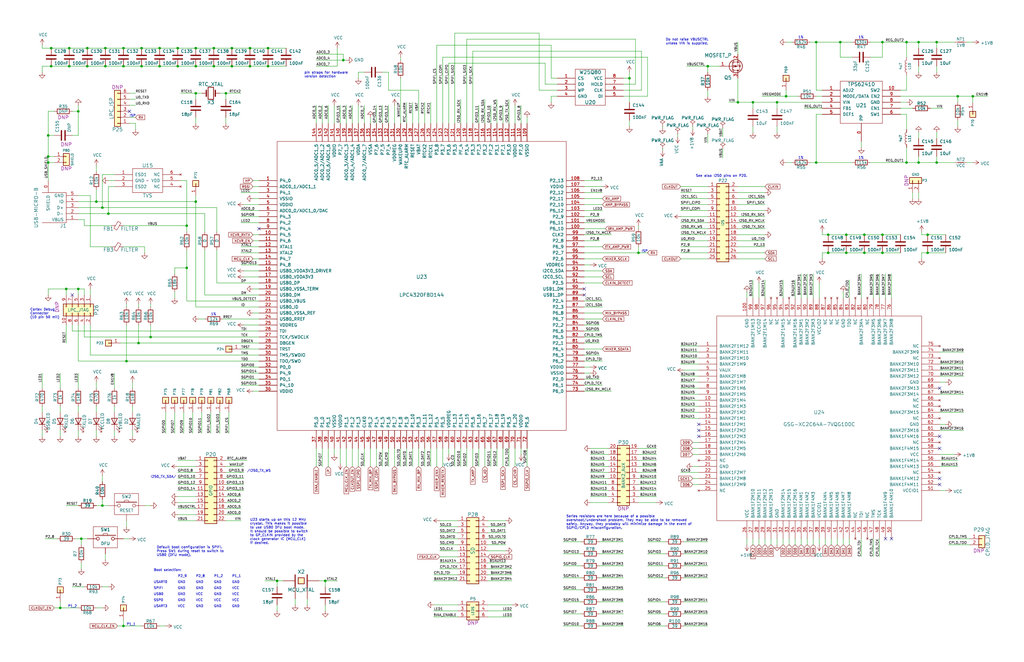
<source format=kicad_sch>
(kicad_sch (version 20211123) (generator eeschema)
  (paper "USLedger")
  (title_block (title "HackRF One") (date "2022-08-29") (rev "r9") (company "Copyright 2012-2022 Great Scott Gadgets") (comment 1 "Michael Ossmann") (comment 2 "Licensed under the CERN-OHL-P v2"))
  (junction (at 34.29 227.33))
  (junction (at 354.33 17.78))
  (junction (at 29.21 27.94))
  (junction (at 311.15 43.18))
  (junction (at 20.32 68.58))
  (junction (at 137.16 245.11))
  (junction (at 116.84 245.11))
  (junction (at 344.17 68.58))
  (junction (at 269.24 106.68))
  (junction (at 90.17 27.94))
  (junction (at 391.16 106.68))
  (junction (at 331.47 40.64))
  (junction (at 67.31 20.32))
  (junction (at 394.97 17.78))
  (junction (at 52.07 264.16))
  (junction (at 20.32 66.04))
  (junction (at 403.86 40.64))
  (junction (at 33.02 121.92))
  (junction (at 372.11 99.06))
  (junction (at 27.94 121.92))
  (junction (at 74.93 27.94))
  (junction (at 113.03 20.32))
  (junction (at 63.5 142.24))
  (junction (at 52.07 27.94))
  (junction (at 67.31 27.94))
  (junction (at 349.25 106.68))
  (junction (at 36.83 27.94))
  (junction (at 33.02 46.99))
  (junction (at 82.55 39.37))
  (junction (at 364.49 106.68))
  (junction (at 82.55 20.32))
  (junction (at 113.03 27.94))
  (junction (at 78.74 113.03))
  (junction (at 95.25 39.37))
  (junction (at 82.55 27.94))
  (junction (at 144.78 25.4))
  (junction (at 372.11 17.78))
  (junction (at 82.55 85.09))
  (junction (at 53.34 152.4))
  (junction (at 298.45 27.94))
  (junction (at 59.69 20.32))
  (junction (at 44.45 20.32))
  (junction (at 58.42 144.78))
  (junction (at 317.5 43.18))
  (junction (at 78.74 95.25))
  (junction (at 43.18 87.63))
  (junction (at 387.35 68.58))
  (junction (at 387.35 17.78))
  (junction (at 97.79 20.32))
  (junction (at 74.93 20.32))
  (junction (at 105.41 27.94))
  (junction (at 59.69 27.94))
  (junction (at 21.59 20.32))
  (junction (at 29.21 20.32))
  (junction (at 36.83 20.32))
  (junction (at 97.79 27.94))
  (junction (at 364.49 99.06))
  (junction (at 20.32 57.15))
  (junction (at 382.27 17.78))
  (junction (at 43.18 213.36))
  (junction (at 356.87 106.68))
  (junction (at 391.16 99.06))
  (junction (at 45.72 90.17))
  (junction (at 382.27 68.58))
  (junction (at 105.41 20.32))
  (junction (at 52.07 20.32))
  (junction (at 394.97 68.58))
  (junction (at 44.45 27.94))
  (junction (at 372.11 106.68))
  (junction (at 344.17 17.78))
  (junction (at 349.25 99.06))
  (junction (at 40.64 85.09))
  (junction (at 327.66 43.18))
  (junction (at 21.59 27.94))
  (junction (at 265.43 33.02))
  (junction (at 356.87 99.06))
  (junction (at 25.4 256.54))
  (junction (at 90.17 20.32))
  (junction (at 410.21 40.64))
  (no_connect (at 396.24 204.47))
  (no_connect (at 396.24 184.15))
  (no_connect (at 294.64 181.61))
  (no_connect (at 109.22 96.52))
  (no_connect (at 54.61 46.99))
  (no_connect (at 294.64 184.15))
  (no_connect (at 246.38 121.92))
  (no_connect (at 246.38 124.46))
  (no_connect (at 396.24 163.83))
  (no_connect (at 294.64 179.07))
  (no_connect (at 375.92 227.33))
  (no_connect (at 396.24 189.23))
  (no_connect (at 30.48 124.46))
  (no_connect (at 396.24 201.93))
  (no_connect (at 373.38 227.33))
  (wire (pts (xy 246.38 129.54) (xy 254 129.54)))
  (wire (pts (xy 265.43 33.02) (xy 265.43 43.18)))
  (wire (pts (xy 176.53 196.85) (xy 176.53 189.23)))
  (wire (pts (xy 394.97 30.48) (xy 394.97 27.94)))
  (wire (pts (xy 181.61 43.18) (xy 181.61 52.07)))
  (wire (pts (xy 382.27 17.78) (xy 382.27 24.13)))
  (wire (pts (xy 137.16 245.11) (xy 142.24 245.11)))
  (wire (pts (xy 322.58 101.6) (xy 311.15 101.6)))
  (wire (pts (xy 58.42 137.16) (xy 58.42 144.78)))
  (wire (pts (xy 382.27 68.58) (xy 382.27 62.23)))
  (wire (pts (xy 20.32 121.92) (xy 27.94 121.92)))
  (wire (pts (xy 142.24 20.32) (xy 142.24 27.94)))
  (wire (pts (xy 133.35 22.86) (xy 144.78 22.86)))
  (wire (pts (xy 340.36 125.73) (xy 340.36 115.57)))
  (wire (pts (xy 254 86.36) (xy 246.38 86.36)))
  (wire (pts (xy 368.3 125.73) (xy 368.3 115.57)))
  (wire (pts (xy 382.27 38.1) (xy 379.73 38.1)))
  (wire (pts (xy 322.58 125.73) (xy 322.58 118.11)))
  (wire (pts (xy 135.89 189.23) (xy 135.89 196.85)))
  (wire (pts (xy 78.74 113.03) (xy 78.74 127)))
  (wire (pts (xy 151.13 30.48) (xy 153.67 30.48)))
  (wire (pts (xy 201.93 189.23) (xy 201.93 196.85)))
  (wire (pts (xy 246.38 99.06) (xy 257.81 99.06)))
  (wire (pts (xy 54.61 41.91) (xy 57.15 41.91)))
  (wire (pts (xy 102.87 199.39) (xy 95.25 199.39)))
  (wire (pts (xy 179.07 189.23) (xy 179.07 196.85)))
  (wire (pts (xy 222.25 189.23) (xy 222.25 196.85)))
  (wire (pts (xy 27.94 121.92) (xy 27.94 124.46)))
  (wire (pts (xy 280.67 264.16) (xy 273.05 264.16)))
  (wire (pts (xy 199.39 189.23) (xy 199.39 196.85)))
  (wire (pts (xy 372.11 17.78) (xy 382.27 17.78)))
  (wire (pts (xy 30.48 137.16) (xy 30.48 139.7)))
  (wire (pts (xy 248.92 201.93) (xy 256.54 201.93)))
  (wire (pts (xy 354.33 24.13) (xy 359.41 24.13)))
  (wire (pts (xy 29.21 20.32) (xy 36.83 20.32)))
  (wire (pts (xy 353.06 227.33) (xy 353.06 229.87)))
  (wire (pts (xy 232.41 19.05) (xy 184.15 19.05)))
  (wire (pts (xy 185.42 237.49) (xy 193.04 237.49)))
  (wire (pts (xy 207.01 189.23) (xy 207.01 196.85)))
  (wire (pts (xy 171.45 196.85) (xy 171.45 189.23)))
  (wire (pts (xy 54.61 49.53) (xy 57.15 49.53)))
  (wire (pts (xy 379.73 40.64) (xy 403.86 40.64)))
  (wire (pts (xy 29.21 27.94) (xy 36.83 27.94)))
  (wire (pts (xy 246.38 106.68) (xy 269.24 106.68)))
  (wire (pts (xy 153.67 189.23) (xy 153.67 196.85)))
  (wire (pts (xy 109.22 99.06) (xy 106.68 99.06)))
  (wire (pts (xy 394.97 68.58) (xy 402.59 68.58)))
  (wire (pts (xy 322.58 83.82) (xy 311.15 83.82)))
  (wire (pts (xy 21.59 20.32) (xy 29.21 20.32)))
  (wire (pts (xy 269.24 106.68) (xy 273.05 106.68)))
  (wire (pts (xy 279.4 62.865) (xy 279.4 63.5)))
  (wire (pts (xy 269.24 95.25) (xy 269.24 96.52)))
  (wire (pts (xy 367.03 68.58) (xy 382.27 68.58)))
  (wire (pts (xy 354.33 17.78) (xy 354.33 24.13)))
  (wire (pts (xy 273.05 40.64) (xy 262.89 40.64)))
  (wire (pts (xy 33.02 85.09) (xy 40.64 85.09)))
  (wire (pts (xy 33.02 121.92) (xy 35.56 121.92)))
  (wire (pts (xy 307.34 43.18) (xy 311.15 43.18)))
  (wire (pts (xy 17.78 19.05) (xy 17.78 20.32)))
  (wire (pts (xy 322.58 227.33) (xy 322.58 229.87)))
  (wire (pts (xy 246.38 165.1) (xy 257.81 165.1)))
  (wire (pts (xy 85.09 182.88) (xy 85.09 173.99)))
  (wire (pts (xy 269.24 196.85) (xy 276.86 196.85)))
  (wire (pts (xy 294.64 176.53) (xy 287.02 176.53)))
  (wire (pts (xy 342.9 125.73) (xy 342.9 115.57)))
  (wire (pts (xy 246.38 93.98) (xy 255.27 93.98)))
  (wire (pts (xy 246.38 83.82) (xy 254 83.82)))
  (wire (pts (xy 287.02 163.83) (xy 294.64 163.83)))
  (wire (pts (xy 90.17 27.94) (xy 97.79 27.94)))
  (wire (pts (xy 246.38 139.7) (xy 252.73 139.7)))
  (wire (pts (xy 410.21 40.64) (xy 416.56 40.64)))
  (wire (pts (xy 153.67 44.45) (xy 153.67 52.07)))
  (wire (pts (xy 82.55 217.17) (xy 74.93 217.17)))
  (wire (pts (xy 288.29 243.84) (xy 298.45 243.84)))
  (wire (pts (xy 248.92 191.77) (xy 256.54 191.77)))
  (wire (pts (xy 20.32 57.15) (xy 22.86 57.15)))
  (wire (pts (xy 82.55 199.39) (xy 74.93 199.39)))
  (wire (pts (xy 331.47 40.64) (xy 336.55 40.64)))
  (wire (pts (xy 367.03 24.13) (xy 372.11 24.13)))
  (wire (pts (xy 38.1 121.92) (xy 38.1 124.46)))
  (wire (pts (xy 58.42 144.78) (xy 109.22 144.78)))
  (wire (pts (xy 280.67 243.84) (xy 273.05 243.84)))
  (wire (pts (xy 43.18 213.36) (xy 43.18 210.82)))
  (wire (pts (xy 33.02 213.36) (xy 27.94 213.36)))
  (wire (pts (xy 205.74 242.57) (xy 215.9 242.57)))
  (wire (pts (xy 334.01 68.58) (xy 331.47 68.58)))
  (wire (pts (xy 55.88 161.29) (xy 55.88 163.83)))
  (wire (pts (xy 227.33 38.1) (xy 234.95 38.1)))
  (wire (pts (xy 151.13 44.45) (xy 151.13 52.07)))
  (wire (pts (xy 45.72 247.65) (xy 43.18 247.65)))
  (wire (pts (xy 245.11 243.84) (xy 237.49 243.84)))
  (wire (pts (xy 48.26 157.48) (xy 48.26 163.83)))
  (wire (pts (xy 252.73 238.76) (xy 262.89 238.76)))
  (wire (pts (xy 311.15 86.36) (xy 322.58 86.36)))
  (wire (pts (xy 394.97 17.78) (xy 402.59 17.78)))
  (wire (pts (xy 292.1 53.34) (xy 292.1 54.61)))
  (wire (pts (xy 82.55 27.94) (xy 90.17 27.94)))
  (wire (pts (xy 246.38 96.52) (xy 255.27 96.52)))
  (wire (pts (xy 33.02 171.45) (xy 33.02 173.99)))
  (wire (pts (xy 407.67 17.78) (xy 410.21 17.78)))
  (wire (pts (xy 74.93 194.31) (xy 82.55 194.31)))
  (wire (pts (xy 245.11 248.92) (xy 237.49 248.92)))
  (wire (pts (xy 43.18 256.54) (xy 40.64 256.54)))
  (wire (pts (xy 90.17 20.32) (xy 97.79 20.32)))
  (wire (pts (xy 288.29 259.08) (xy 298.45 259.08)))
  (wire (pts (xy 214.63 189.23) (xy 214.63 196.85)))
  (wire (pts (xy 331.47 38.1) (xy 331.47 40.64)))
  (wire (pts (xy 81.28 182.88) (xy 81.28 173.99)))
  (wire (pts (xy 382.27 43.18) (xy 379.73 43.18)))
  (wire (pts (xy 408.94 229.87) (xy 400.05 229.87)))
  (wire (pts (xy 280.67 228.6) (xy 273.05 228.6)))
  (wire (pts (xy 256.54 199.39) (xy 248.92 199.39)))
  (wire (pts (xy 384.81 45.72) (xy 379.73 45.72)))
  (wire (pts (xy 49.53 264.16) (xy 52.07 264.16)))
  (wire (pts (xy 287.02 173.99) (xy 294.64 173.99)))
  (wire (pts (xy 63.5 142.24) (xy 109.22 142.24)))
  (wire (pts (xy 102.87 114.3) (xy 109.22 114.3)))
  (wire (pts (xy 60.96 213.36) (xy 63.5 213.36)))
  (wire (pts (xy 73.66 113.03) (xy 73.66 115.57)))
  (wire (pts (xy 246.38 132.08) (xy 254 132.08)))
  (wire (pts (xy 82.55 209.55) (xy 74.93 209.55)))
  (wire (pts (xy 181.61 189.23) (xy 181.61 196.85)))
  (wire (pts (xy 156.21 189.23) (xy 156.21 196.85)))
  (wire (pts (xy 95.25 52.07) (xy 95.25 49.53)))
  (wire (pts (xy 78.74 76.2) (xy 78.74 95.25)))
  (wire (pts (xy 252.73 254) (xy 262.89 254)))
  (wire (pts (xy 349.25 106.68) (xy 356.87 106.68)))
  (wire (pts (xy 396.24 179.07) (xy 398.78 179.07)))
  (wire (pts (xy 367.03 17.78) (xy 372.11 17.78)))
  (wire (pts (xy 288.29 264.16) (xy 298.45 264.16)))
  (wire (pts (xy 22.86 256.54) (xy 25.4 256.54)))
  (wire (pts (xy 252.73 233.68) (xy 262.89 233.68)))
  (wire (pts (xy 387.35 17.78) (xy 387.35 20.32)))
  (wire (pts (xy 30.48 46.99) (xy 33.02 46.99)))
  (wire (pts (xy 322.58 81.28) (xy 311.15 81.28)))
  (wire (pts (xy 327.66 43.18) (xy 346.71 43.18)))
  (wire (pts (xy 138.43 52.07) (xy 138.43 44.45)))
  (wire (pts (xy 396.24 148.59) (xy 406.4 148.59)))
  (wire (pts (xy 276.86 209.55) (xy 269.24 209.55)))
  (wire (pts (xy 185.42 219.71) (xy 193.04 219.71)))
  (wire (pts (xy 138.43 196.85) (xy 138.43 189.23)))
  (wire (pts (xy 212.09 52.07) (xy 212.09 44.45)))
  (wire (pts (xy 280.67 233.68) (xy 273.05 233.68)))
  (wire (pts (xy 294.64 158.75) (xy 287.02 158.75)))
  (wire (pts (xy 317.5 227.33) (xy 317.5 229.87)))
  (wire (pts (xy 143.51 52.07) (xy 143.51 44.45)))
  (wire (pts (xy 78.74 105.41) (xy 78.74 113.03)))
  (wire (pts (xy 176.53 38.1) (xy 176.53 52.07)))
  (wire (pts (xy 248.92 207.01) (xy 256.54 207.01)))
  (wire (pts (xy 109.22 78.74) (xy 106.68 78.74)))
  (wire (pts (xy 317.5 43.18) (xy 327.66 43.18)))
  (wire (pts (xy 82.55 20.32) (xy 90.17 20.32)))
  (wire (pts (xy 294.64 171.45) (xy 287.02 171.45)))
  (wire (pts (xy 140.97 191.77) (xy 140.97 189.23)))
  (wire (pts (xy 101.6 111.76) (xy 109.22 111.76)))
  (wire (pts (xy 137.16 247.65) (xy 137.16 245.11)))
  (wire (pts (xy 96.52 182.88) (xy 96.52 173.99)))
  (wire (pts (xy 20.32 66.04) (xy 20.32 68.58)))
  (wire (pts (xy 74.93 201.93) (xy 82.55 201.93)))
  (wire (pts (xy 205.74 229.87) (xy 213.36 229.87)))
  (wire (pts (xy 163.83 30.48) (xy 163.83 38.1)))
  (wire (pts (xy 344.17 40.64) (xy 346.71 40.64)))
  (wire (pts (xy 288.29 156.21) (xy 294.64 156.21)))
  (wire (pts (xy 215.9 260.35) (xy 205.74 260.35)))
  (wire (pts (xy 358.14 227.33) (xy 358.14 229.87)))
  (wire (pts (xy 254 127) (xy 246.38 127)))
  (wire (pts (xy 109.22 162.56) (xy 101.6 162.56)))
  (wire (pts (xy 133.35 27.94) (xy 142.24 27.94)))
  (wire (pts (xy 17.78 181.61) (xy 17.78 184.15)))
  (wire (pts (xy 327.66 43.18) (xy 327.66 45.72)))
  (wire (pts (xy 287.02 91.44) (xy 298.45 91.44)))
  (wire (pts (xy 163.83 52.07) (xy 163.83 44.45)))
  (wire (pts (xy 273.05 238.76) (xy 280.67 238.76)))
  (wire (pts (xy 287.02 106.68) (xy 298.45 106.68)))
  (wire (pts (xy 322.58 106.68) (xy 311.15 106.68)))
  (wire (pts (xy 43.18 213.36) (xy 45.72 213.36)))
  (wire (pts (xy 347.98 227.33) (xy 347.98 229.87)))
  (wire (pts (xy 20.32 121.92) (xy 20.32 124.46)))
  (wire (pts (xy 396.24 173.99) (xy 406.4 173.99)))
  (wire (pts (xy 215.9 245.11) (xy 205.74 245.11)))
  (wire (pts (xy 60.96 104.14) (xy 60.96 106.68)))
  (wire (pts (xy 246.38 101.6) (xy 252.73 101.6)))
  (wire (pts (xy 168.91 24.13) (xy 168.91 25.4)))
  (wire (pts (xy 294.64 151.13) (xy 287.02 151.13)))
  (wire (pts (xy 73.66 125.73) (xy 73.66 123.19)))
  (wire (pts (xy 82.55 39.37) (xy 85.09 39.37)))
  (wire (pts (xy 254 76.2) (xy 246.38 76.2)))
  (wire (pts (xy 245.11 259.08) (xy 237.49 259.08)))
  (wire (pts (xy 314.96 125.73) (xy 314.96 123.19)))
  (wire (pts (xy 101.6 88.9) (xy 109.22 88.9)))
  (wire (pts (xy 334.01 17.78) (xy 331.47 17.78)))
  (wire (pts (xy 166.37 44.45) (xy 166.37 52.07)))
  (wire (pts (xy 384.81 83.82) (xy 384.81 81.28)))
  (wire (pts (xy 294.64 186.69) (xy 292.1 186.69)))
  (wire (pts (xy 25.4 181.61) (xy 25.4 184.15)))
  (wire (pts (xy 246.38 142.24) (xy 254 142.24)))
  (wire (pts (xy 95.25 209.55) (xy 101.6 209.55)))
  (wire (pts (xy 20.32 66.04) (xy 22.86 66.04)))
  (wire (pts (xy 33.02 152.4) (xy 33.02 137.16)))
  (wire (pts (xy 21.59 27.94) (xy 29.21 27.94)))
  (wire (pts (xy 182.88 242.57) (xy 193.04 242.57)))
  (wire (pts (xy 298.45 27.94) (xy 303.53 27.94)))
  (wire (pts (xy 311.15 22.86) (xy 311.15 17.78)))
  (wire (pts (xy 246.38 88.9) (xy 254 88.9)))
  (wire (pts (xy 63.5 137.16) (xy 63.5 142.24)))
  (wire (pts (xy 34.29 227.33) (xy 36.83 227.33)))
  (wire (pts (xy 45.72 78.74) (xy 45.72 90.17)))
  (wire (pts (xy 287.02 83.82) (xy 298.45 83.82)))
  (wire (pts (xy 40.64 80.01) (xy 40.64 85.09)))
  (wire (pts (xy 398.78 207.01) (xy 396.24 207.01)))
  (wire (pts (xy 113.03 27.94) (xy 120.65 27.94)))
  (wire (pts (xy 314.96 229.87) (xy 314.96 227.33)))
  (wire (pts (xy 54.61 44.45) (xy 57.15 44.45)))
  (wire (pts (xy 394.97 68.58) (xy 394.97 66.04)))
  (wire (pts (xy 248.92 154.94) (xy 246.38 154.94)))
  (wire (pts (xy 191.77 13.97) (xy 191.77 52.07)))
  (wire (pts (xy 95.25 207.01) (xy 102.87 207.01)))
  (wire (pts (xy 388.62 106.68) (xy 388.62 109.22)))
  (wire (pts (xy 382.27 68.58) (xy 387.35 68.58)))
  (wire (pts (xy 403.86 40.64) (xy 410.21 40.64)))
  (wire (pts (xy 40.64 163.83) (xy 40.64 161.29)))
  (wire (pts (xy 322.58 91.44) (xy 311.15 91.44)))
  (wire (pts (xy 40.64 85.09) (xy 82.55 85.09)))
  (wire (pts (xy 102.87 116.84) (xy 109.22 116.84)))
  (wire (pts (xy 294.64 204.47) (xy 292.1 204.47)))
  (wire (pts (xy 209.55 189.23) (xy 209.55 196.85)))
  (wire (pts (xy 44.45 236.22) (xy 44.45 233.68)))
  (wire (pts (xy 387.35 83.82) (xy 387.35 81.28)))
  (wire (pts (xy 35.56 121.92) (xy 35.56 124.46)))
  (wire (pts (xy 20.32 68.58) (xy 20.32 76.2)))
  (wire (pts (xy 74.93 20.32) (xy 82.55 20.32)))
  (wire (pts (xy 34.29 229.87) (xy 34.29 227.33)))
  (wire (pts (xy 52.07 264.16) (xy 59.69 264.16)))
  (wire (pts (xy 95.25 214.63) (xy 101.6 214.63)))
  (wire (pts (xy 116.84 257.81) (xy 116.84 255.27)))
  (wire (pts (xy 194.31 189.23) (xy 194.31 196.85)))
  (wire (pts (xy 158.75 189.23) (xy 158.75 196.85)))
  (wire (pts (xy 344.17 48.26) (xy 346.71 48.26)))
  (wire (pts (xy 196.85 189.23) (xy 196.85 196.85)))
  (wire (pts (xy 133.35 25.4) (xy 144.78 25.4)))
  (wire (pts (xy 363.22 115.57) (xy 363.22 125.73)))
  (wire (pts (xy 109.22 149.86) (xy 38.1 149.86)))
  (wire (pts (xy 322.58 88.9) (xy 311.15 88.9)))
  (wire (pts (xy 304.8 57.785) (xy 304.8 53.975)))
  (wire (pts (xy 36.83 20.32) (xy 44.45 20.32)))
  (wire (pts (xy 396.24 158.75) (xy 406.4 158.75)))
  (wire (pts (xy 52.07 261.62) (xy 52.07 264.16)))
  (wire (pts (xy 31.75 227.33) (xy 34.29 227.33)))
  (wire (pts (xy 387.35 30.48) (xy 387.35 27.94)))
  (wire (pts (xy 69.85 182.88) (xy 69.85 173.99)))
  (wire (pts (xy 217.17 189.23) (xy 217.17 196.85)))
  (wire (pts (xy 248.92 111.76) (xy 246.38 111.76)))
  (wire (pts (xy 364.49 99.06) (xy 372.11 99.06)))
  (wire (pts (xy 280.67 254) (xy 273.05 254)))
  (wire (pts (xy 285.75 56.515) (xy 285.75 57.785)))
  (wire (pts (xy 186.69 24.13) (xy 186.69 52.07)))
  (wire (pts (xy 213.36 237.49) (xy 205.74 237.49)))
  (wire (pts (xy 294.64 166.37) (xy 287.02 166.37)))
  (wire (pts (xy 35.56 137.16) (xy 35.56 142.24)))
  (wire (pts (xy 205.74 227.33) (xy 213.36 227.33)))
  (wire (pts (xy 91.44 87.63) (xy 91.44 97.79)))
  (wire (pts (xy 341.63 17.78) (xy 344.17 17.78)))
  (wire (pts (xy 33.02 157.48) (xy 33.02 163.83)))
  (wire (pts (xy 273.05 24.13) (xy 273.05 40.64)))
  (wire (pts (xy 252.73 259.08) (xy 262.89 259.08)))
  (wire (pts (xy 95.25 39.37) (xy 95.25 41.91)))
  (wire (pts (xy 317.5 43.18) (xy 317.5 45.72)))
  (wire (pts (xy 193.04 232.41) (xy 185.42 232.41)))
  (wire (pts (xy 246.38 160.02) (xy 252.73 160.02)))
  (wire (pts (xy 364.49 106.68) (xy 372.11 106.68)))
  (wire (pts (xy 363.22 62.23) (xy 363.22 59.69)))
  (wire (pts (xy 344.17 17.78) (xy 354.33 17.78)))
  (wire (pts (xy 407.67 68.58) (xy 410.21 68.58)))
  (wire (pts (xy 116.84 247.65) (xy 116.84 245.11)))
  (wire (pts (xy 193.04 234.95) (xy 185.42 234.95)))
  (wire (pts (xy 74.93 207.01) (xy 82.55 207.01)))
  (wire (pts (xy 102.87 137.16) (xy 109.22 137.16)))
  (wire (pts (xy 356.87 106.68) (xy 364.49 106.68)))
  (wire (pts (xy 245.11 238.76) (xy 237.49 238.76)))
  (wire (pts (xy 148.59 189.23) (xy 148.59 196.85)))
  (wire (pts (xy 43.18 200.66) (xy 43.18 203.2)))
  (wire (pts (xy 30.48 139.7) (xy 109.22 139.7)))
  (wire (pts (xy 189.23 191.77) (xy 189.23 189.23)))
  (wire (pts (xy 391.16 99.06) (xy 398.78 99.06)))
  (wire (pts (xy 34.29 240.03) (xy 34.29 237.49)))
  (wire (pts (xy 151.13 33.02) (xy 151.13 30.48)))
  (wire (pts (xy 102.87 86.36) (xy 109.22 86.36)))
  (wire (pts (xy 25.4 157.48) (xy 25.4 163.83)))
  (wire (pts (xy 82.55 39.37) (xy 82.55 41.91)))
  (wire (pts (xy 320.04 125.73) (xy 320.04 119.38)))
  (wire (pts (xy 287.02 109.22) (xy 298.45 109.22)))
  (wire (pts (xy 67.31 27.94) (xy 74.93 27.94)))
  (wire (pts (xy 246.38 144.78) (xy 252.73 144.78)))
  (wire (pts (xy 232.41 43.18) (xy 232.41 40.64)))
  (wire (pts (xy 33.02 152.4) (xy 53.34 152.4)))
  (wire (pts (xy 17.78 20.32) (xy 21.59 20.32)))
  (wire (pts (xy 78.74 113.03) (xy 73.66 113.03)))
  (wire (pts (xy 156.21 49.53) (xy 156.21 52.07)))
  (wire (pts (xy 254 116.84) (xy 246.38 116.84)))
  (wire (pts (xy 82.55 129.54) (xy 109.22 129.54)))
  (wire (pts (xy 396.24 194.31) (xy 403.86 194.31)))
  (wire (pts (xy 106.68 76.2) (xy 109.22 76.2)))
  (wire (pts (xy 254 78.74) (xy 246.38 78.74)))
  (wire (pts (xy 193.04 222.25) (xy 185.42 222.25)))
  (wire (pts (xy 24.13 227.33) (xy 19.05 227.33)))
  (wire (pts (xy 101.6 219.71) (xy 95.25 219.71)))
  (wire (pts (xy 95.25 212.09) (xy 101.6 212.09)))
  (wire (pts (xy 193.04 229.87) (xy 185.42 229.87)))
  (wire (pts (xy 287.02 88.9) (xy 298.45 88.9)))
  (wire (pts (xy 388.62 106.68) (xy 391.16 106.68)))
  (wire (pts (xy 91.44 105.41) (xy 91.44 119.38)))
  (wire (pts (xy 335.28 125.73) (xy 335.28 118.11)))
  (wire (pts (xy 287.02 199.39) (xy 294.64 199.39)))
  (wire (pts (xy 370.84 227.33) (xy 370.84 234.95)))
  (wire (pts (xy 59.69 27.94) (xy 67.31 27.94)))
  (wire (pts (xy 276.86 199.39) (xy 269.24 199.39)))
  (wire (pts (xy 102.87 196.85) (xy 95.25 196.85)))
  (wire (pts (xy 387.35 68.58) (xy 394.97 68.58)))
  (wire (pts (xy 335.28 227.33) (xy 335.28 229.87)))
  (wire (pts (xy 311.15 33.02) (xy 311.15 43.18)))
  (wire (pts (xy 40.64 171.45) (xy 40.64 173.99)))
  (wire (pts (xy 254 81.28) (xy 246.38 81.28)))
  (wire (pts (xy 349.25 99.06) (xy 356.87 99.06)))
  (wire (pts (xy 55.88 181.61) (xy 55.88 184.15)))
  (wire (pts (xy 403.86 43.18) (xy 403.86 40.64)))
  (wire (pts (xy 209.55 52.07) (xy 209.55 41.91)))
  (wire (pts (xy 372.11 99.06) (xy 379.73 99.06)))
  (wire (pts (xy 245.11 233.68) (xy 237.49 233.68)))
  (wire (pts (xy 182.88 255.27) (xy 193.04 255.27)))
  (wire (pts (xy 204.47 196.85) (xy 204.47 189.23)))
  (wire (pts (xy 294.64 196.85) (xy 292.1 196.85)))
  (wire (pts (xy 109.22 93.98) (xy 101.6 93.98)))
  (wire (pts (xy 337.82 125.73) (xy 337.82 115.57)))
  (wire (pts (xy 161.29 52.07) (xy 161.29 44.45)))
  (wire (pts (xy 246.38 149.86) (xy 252.73 149.86)))
  (wire (pts (xy 232.41 40.64) (xy 234.95 40.64)))
  (wire (pts (xy 35.56 95.25) (xy 35.56 92.71)))
  (wire (pts (xy 330.2 125.73) (xy 330.2 118.11)))
  (wire (pts (xy 375.92 115.57) (xy 375.92 125.73)))
  (wire (pts (xy 287.02 101.6) (xy 298.45 101.6)))
  (wire (pts (xy 53.34 128.27) (xy 53.34 129.54)))
  (wire (pts (xy 17.78 163.83) (xy 17.78 157.48)))
  (wire (pts (xy 207.01 52.07) (xy 207.01 44.45)))
  (wire (pts (xy 205.74 224.79) (xy 213.36 224.79)))
  (wire (pts (xy 298.45 96.52) (xy 287.02 96.52)))
  (wire (pts (xy 276.86 191.77) (xy 269.24 191.77)))
  (wire (pts (xy 372.11 24.13) (xy 372.11 17.78)))
  (wire (pts (xy 193.04 227.33) (xy 185.42 227.33)))
  (wire (pts (xy 396.24 153.67) (xy 406.4 153.67)))
  (wire (pts (xy 25.4 171.45) (xy 25.4 173.99)))
  (wire (pts (xy 215.9 240.03) (xy 205.74 240.03)))
  (wire (pts (xy 143.51 195.58) (xy 143.51 189.23)))
  (wire (pts (xy 322.58 78.74) (xy 311.15 78.74)))
  (wire (pts (xy 17.78 171.45) (xy 17.78 173.99)))
  (wire (pts (xy 86.36 105.41) (xy 86.36 124.46)))
  (wire (pts (xy 363.22 227.33) (xy 363.22 234.95)))
  (wire (pts (xy 245.11 254) (xy 237.49 254)))
  (wire (pts (xy 219.71 52.07) (xy 219.71 44.45)))
  (wire (pts (xy 346.71 38.1) (xy 344.17 38.1)))
  (wire (pts (xy 317.5 125.73) (xy 317.5 118.11)))
  (wire (pts (xy 267.97 16.51) (xy 267.97 35.56)))
  (wire (pts (xy 33.02 90.17) (xy 45.72 90.17)))
  (wire (pts (xy 256.54 194.31) (xy 248.92 194.31)))
  (wire (pts (xy 92.71 182.88) (xy 92.71 173.99)))
  (wire (pts (xy 104.14 194.31) (xy 95.25 194.31)))
  (wire (pts (xy 256.54 209.55) (xy 248.92 209.55)))
  (wire (pts (xy 248.92 212.09) (xy 256.54 212.09)))
  (wire (pts (xy 252.73 264.16) (xy 262.89 264.16)))
  (wire (pts (xy 354.33 17.78) (xy 359.41 17.78)))
  (wire (pts (xy 267.97 35.56) (xy 262.89 35.56)))
  (wire (pts (xy 93.98 134.62) (xy 109.22 134.62)))
  (wire (pts (xy 67.31 20.32) (xy 74.93 20.32)))
  (wire (pts (xy 344.17 68.58) (xy 359.41 68.58)))
  (wire (pts (xy 287.02 99.06) (xy 298.45 99.06)))
  (wire (pts (xy 109.22 106.68) (xy 101.6 106.68)))
  (wire (pts (xy 262.89 33.02) (xy 265.43 33.02)))
  (wire (pts (xy 270.51 21.59) (xy 270.51 38.1)))
  (wire (pts (xy 265.43 53.34) (xy 265.43 50.8)))
  (wire (pts (xy 344.17 68.58) (xy 344.17 48.26)))
  (wire (pts (xy 20.32 57.15) (xy 20.32 66.04)))
  (wire (pts (xy 229.87 35.56) (xy 234.95 35.56)))
  (wire (pts (xy 40.64 181.61) (xy 40.64 184.15)))
  (wire (pts (xy 287.02 168.91) (xy 294.64 168.91)))
  (wire (pts (xy 88.9 182.88) (xy 88.9 173.99)))
  (wire (pts (xy 322.58 99.06) (xy 311.15 99.06)))
  (wire (pts (xy 256.54 189.23) (xy 248.92 189.23)))
  (wire (pts (xy 246.38 162.56) (xy 254 162.56)))
  (wire (pts (xy 396.24 156.21) (xy 406.4 156.21)))
  (wire (pts (xy 106.68 83.82) (xy 109.22 83.82)))
  (wire (pts (xy 168.91 33.02) (xy 168.91 52.07)))
  (wire (pts (xy 254 147.32) (xy 246.38 147.32)))
  (wire (pts (xy 146.05 189.23) (xy 146.05 196.85)))
  (wire (pts (xy 339.09 45.72) (xy 346.71 45.72)))
  (wire (pts (xy 109.22 101.6) (xy 106.68 101.6)))
  (wire (pts (xy 294.64 191.77) (xy 292.1 191.77)))
  (wire (pts (xy 52.07 227.33) (xy 54.61 227.33)))
  (wire (pts (xy 394.97 17.78) (xy 394.97 20.32)))
  (wire (pts (xy 109.22 109.22) (xy 106.68 109.22)))
  (wire (pts (xy 36.83 27.94) (xy 44.45 27.94)))
  (wire (pts (xy 48.26 78.74) (xy 45.72 78.74)))
  (wire (pts (xy 50.8 144.78) (xy 58.42 144.78)))
  (wire (pts (xy 265.43 30.48) (xy 265.43 33.02)))
  (wire (pts (xy 321.31 40.64) (xy 331.47 40.64)))
  (wire (pts (xy 73.66 182.88) (xy 73.66 173.99)))
  (wire (pts (xy 288.29 228.6) (xy 298.45 228.6)))
  (wire (pts (xy 304.8 66.675) (xy 304.8 62.865)))
  (wire (pts (xy 410.21 40.64) (xy 410.21 43.18)))
  (wire (pts (xy 396.24 161.29) (xy 398.78 161.29)))
  (wire (pts (xy 246.38 91.44) (xy 252.73 91.44)))
  (wire (pts (xy 105.41 27.94) (xy 113.03 27.94)))
  (wire (pts (xy 105.41 20.32) (xy 113.03 20.32)))
  (wire (pts (xy 137.16 257.81) (xy 137.16 255.27)))
  (wire (pts (xy 287.02 104.14) (xy 298.45 104.14)))
  (wire (pts (xy 373.38 125.73) (xy 373.38 115.57)))
  (wire (pts (xy 391.16 106.68) (xy 398.78 106.68)))
  (wire (pts (xy 179.07 52.07) (xy 179.07 43.18)))
  (wire (pts (xy 102.87 204.47) (xy 95.25 204.47)))
  (wire (pts (xy 294.64 146.05) (xy 287.02 146.05)))
  (wire (pts (xy 109.22 81.28) (xy 101.6 81.28)))
  (wire (pts (xy 135.89 44.45) (xy 135.89 52.07)))
  (wire (pts (xy 368.3 227.33) (xy 368.3 234.95)))
  (wire (pts (xy 358.14 125.73) (xy 358.14 118.11)))
  (wire (pts (xy 53.34 219.71) (xy 53.34 222.25)))
  (wire (pts (xy 109.22 154.94) (xy 101.6 154.94)))
  (wire (pts (xy 396.24 196.85) (xy 403.86 196.85)))
  (wire (pts (xy 248.92 157.48) (xy 246.38 157.48)))
  (wire (pts (xy 322.58 104.14) (xy 311.15 104.14)))
  (wire (pts (xy 76.2 39.37) (xy 82.55 39.37)))
  (wire (pts (xy 151.13 196.85) (xy 151.13 189.23)))
  (wire (pts (xy 408.94 227.33) (xy 400.05 227.33)))
  (wire (pts (xy 144.78 22.86) (xy 144.78 25.4)))
  (wire (pts (xy 196.85 16.51) (xy 267.97 16.51)))
  (wire (pts (xy 227.33 13.97) (xy 227.33 38.1)))
  (wire (pts (xy 191.77 189.23) (xy 191.77 196.85)))
  (wire (pts (xy 53.34 152.4) (xy 109.22 152.4)))
  (wire (pts (xy 270.51 38.1) (xy 262.89 38.1)))
  (wire (pts (xy 27.94 137.16) (xy 27.94 144.78)))
  (wire (pts (xy 53.34 137.16) (xy 53.34 152.4)))
  (wire (pts (xy 327.66 229.87) (xy 327.66 227.33)))
  (wire (pts (xy 289.56 27.94) (xy 298.45 27.94)))
  (wire (pts (xy 33.02 87.63) (xy 43.18 87.63)))
  (wire (pts (xy 330.2 227.33) (xy 330.2 229.87)))
  (wire (pts (xy 78.74 127) (xy 109.22 127)))
  (wire (pts (xy 196.85 52.07) (xy 196.85 16.51)))
  (wire (pts (xy 25.4 254) (xy 25.4 256.54)))
  (wire (pts (xy 146.05 44.45) (xy 146.05 52.07)))
  (wire (pts (xy 325.12 227.33) (xy 325.12 229.87)))
  (wire (pts (xy 193.04 240.03) (xy 185.42 240.03)))
  (wire (pts (xy 43.18 73.66) (xy 48.26 73.66)))
  (wire (pts (xy 298.45 86.36) (xy 287.02 86.36)))
  (wire (pts (xy 97.79 27.94) (xy 105.41 27.94)))
  (wire (pts (xy 182.88 245.11) (xy 193.04 245.11)))
  (wire (pts (xy 245.11 228.6) (xy 237.49 228.6)))
  (wire (pts (xy 370.84 115.57) (xy 370.84 125.73)))
  (wire (pts (xy 287.02 148.59) (xy 294.64 148.59)))
  (wire (pts (xy 133.35 189.23) (xy 133.35 196.85)))
  (wire (pts (xy 67.31 264.16) (xy 69.85 264.16)))
  (wire (pts (xy 346.71 97.79) (xy 346.71 99.06)))
  (wire (pts (xy 86.36 90.17) (xy 86.36 97.79)))
  (wire (pts (xy 134.62 245.11) (xy 137.16 245.11)))
  (wire (pts (xy 217.17 44.45) (xy 217.17 52.07)))
  (wire (pts (xy 52.07 104.14) (xy 60.96 104.14)))
  (wire (pts (xy 163.83 189.23) (xy 163.83 196.85)))
  (wire (pts (xy 246.38 152.4) (xy 254 152.4)))
  (wire (pts (xy 106.68 121.92) (xy 109.22 121.92)))
  (wire (pts (xy 101.6 104.14) (xy 109.22 104.14)))
  (wire (pts (xy 342.9 227.33) (xy 342.9 229.87)))
  (wire (pts (xy 219.71 191.77) (xy 219.71 189.23)))
  (wire (pts (xy 161.29 189.23) (xy 161.29 196.85)))
  (wire (pts (xy 248.92 196.85) (xy 256.54 196.85)))
  (wire (pts (xy 48.26 171.45) (xy 48.26 173.99)))
  (wire (pts (xy 252.73 228.6) (xy 262.89 228.6)))
  (wire (pts (xy 234.95 33.02) (xy 232.41 33.02)))
  (wire (pts (xy 109.22 157.48) (xy 101.6 157.48)))
  (wire (pts (xy 20.32 46.99) (xy 20.32 57.15)))
  (wire (pts (xy 320.04 227.33) (xy 320.04 229.87)))
  (wire (pts (xy 269.24 207.01) (xy 276.86 207.01)))
  (wire (pts (xy 82.55 214.63) (xy 74.93 214.63)))
  (wire (pts (xy 45.72 76.2) (xy 48.26 76.2)))
  (wire (pts (xy 43.18 87.63) (xy 91.44 87.63)))
  (wire (pts (xy 346.71 99.06) (xy 349.25 99.06)))
  (wire (pts (xy 44.45 20.32) (xy 52.07 20.32)))
  (wire (pts (xy 54.61 39.37) (xy 57.15 39.37)))
  (wire (pts (xy 82.55 212.09) (xy 74.93 212.09)))
  (wire (pts (xy 82.55 85.09) (xy 82.55 129.54)))
  (wire (pts (xy 276.86 212.09) (xy 269.24 212.09)))
  (wire (pts (xy 294.64 189.23) (xy 292.1 189.23)))
  (wire (pts (xy 166.37 189.23) (xy 166.37 196.85)))
  (wire (pts (xy 212.09 189.23) (xy 212.09 196.85)))
  (wire (pts (xy 140.97 44.45) (xy 140.97 52.07)))
  (wire (pts (xy 48.26 181.61) (xy 48.26 184.15)))
  (wire (pts (xy 182.88 260.35) (xy 193.04 260.35)))
  (wire (pts (xy 246.38 109.22) (xy 254 109.22)))
  (wire (pts (xy 95.25 39.37) (xy 101.6 39.37)))
  (wire (pts (xy 287.02 81.28) (xy 298.45 81.28)))
  (wire (pts (xy 279.4 53.34) (xy 279.4 53.975)))
  (wire (pts (xy 33.02 46.99) (xy 33.02 57.15)))
  (wire (pts (xy 294.64 161.29) (xy 287.02 161.29)))
  (wire (pts (xy 346.71 106.68) (xy 346.71 109.22)))
  (wire (pts (xy 298.45 27.94) (xy 298.45 30.48)))
  (wire (pts (xy 33.02 181.61) (xy 33.02 184.15)))
  (wire (pts (xy 35.56 95.25) (xy 46.99 95.25)))
  (wire (pts (xy 222.25 49.53) (xy 222.25 52.07)))
  (wire (pts (xy 341.63 68.58) (xy 344.17 68.58)))
  (wire (pts (xy 344.17 38.1) (xy 344.17 17.78)))
  (wire (pts (xy 394.97 55.88) (xy 394.97 58.42)))
  (wire (pts (xy 396.24 181.61) (xy 406.4 181.61)))
  (wire (pts (xy 327.66 53.34) (xy 327.66 55.88)))
  (wire (pts (xy 59.69 20.32) (xy 67.31 20.32)))
  (wire (pts (xy 92.71 39.37) (xy 95.25 39.37)))
  (wire (pts (xy 193.04 224.79) (xy 185.42 224.79)))
  (wire (pts (xy 76.2 76.2) (xy 78.74 76.2)))
  (wire (pts (xy 33.02 57.15) (xy 30.48 57.15)))
  (wire (pts (xy 205.74 222.25) (xy 213.36 222.25)))
  (wire (pts (xy 387.35 55.88) (xy 387.35 58.42)))
  (wire (pts (xy 215.9 255.27) (xy 205.74 255.27)))
  (wire (pts (xy 345.44 229.87) (xy 345.44 227.33)))
  (wire (pts (xy 252.73 137.16) (xy 246.38 137.16)))
  (wire (pts (xy 229.87 26.67) (xy 229.87 35.56)))
  (wire (pts (xy 387.35 68.58) (xy 387.35 66.04)))
  (wire (pts (xy 113.03 20.32) (xy 120.65 20.32)))
  (wire (pts (xy 252.73 248.92) (xy 262.89 248.92)))
  (wire (pts (xy 173.99 189.23) (xy 173.99 196.85)))
  (wire (pts (xy 382.27 17.78) (xy 387.35 17.78)))
  (wire (pts (xy 129.54 255.27) (xy 129.54 252.73)))
  (wire (pts (xy 33.02 121.92) (xy 33.02 124.46)))
  (wire (pts (xy 173.99 43.18) (xy 173.99 52.07)))
  (wire (pts (xy 184.15 189.23) (xy 184.15 196.85)))
  (wire (pts (xy 403.86 53.34) (xy 403.86 50.8)))
  (wire (pts (xy 276.86 189.23) (xy 269.24 189.23)))
  (wire (pts (xy 288.29 254) (xy 298.45 254)))
  (wire (pts (xy 86.36 124.46) (xy 109.22 124.46)))
  (wire (pts (xy 287.02 93.98) (xy 298.45 93.98)))
  (wire (pts (xy 57.15 52.07) (xy 54.61 52.07)))
  (wire (pts (xy 109.22 147.32) (xy 101.6 147.32)))
  (wire (pts (xy 52.07 95.25) (xy 78.74 95.25)))
  (wire (pts (xy 204.47 52.07) (xy 204.47 41.91)))
  (wire (pts (xy 124.46 255.27) (xy 124.46 252.73)))
  (wire (pts (xy 276.86 204.47) (xy 269.24 204.47)))
  (wire (pts (xy 402.59 191.77) (xy 396.24 191.77)))
  (wire (pts (xy 148.59 44.45) (xy 148.59 52.07)))
  (wire (pts (xy 40.64 213.36) (xy 43.18 213.36)))
  (wire (pts (xy 44.45 27.94) (xy 52.07 27.94)))
  (wire (pts (xy 213.36 219.71) (xy 205.74 219.71)))
  (wire (pts (xy 33.02 82.55) (xy 38.1 82.55)))
  (wire (pts (xy 22.86 46.99) (xy 20.32 46.99)))
  (wire (pts (xy 27.94 121.92) (xy 33.02 121.92)))
  (wire (pts (xy 311.15 43.18) (xy 317.5 43.18)))
  (wire (pts (xy 214.63 52.07) (xy 214.63 41.91)))
  (wire (pts (xy 388.62 99.06) (xy 388.62 97.79)))
  (wire (pts (xy 78.74 95.25) (xy 78.74 97.79)))
  (wire (pts (xy 276.86 194.31) (xy 269.24 194.31)))
  (wire (pts (xy 74.93 219.71) (xy 82.55 219.71)))
  (wire (pts (xy 52.07 27.94) (xy 59.69 27.94)))
  (wire (pts (xy 186.69 24.13) (xy 273.05 24.13)))
  (wire (pts (xy 74.93 196.85) (xy 82.55 196.85)))
  (wire (pts (xy 17.78 27.94) (xy 21.59 27.94)))
  (wire (pts (xy 168.91 189.23) (xy 168.91 196.85)))
  (wire (pts (xy 246.38 104.14) (xy 254 104.14)))
  (wire (pts (xy 171.45 43.18) (xy 171.45 52.07)))
  (wire (pts (xy 332.74 227.33) (xy 332.74 229.87)))
  (wire (pts (xy 194.31 52.07) (xy 194.31 41.91)))
  (wire (pts (xy 40.64 69.85) (xy 40.64 72.39)))
  (wire (pts (xy 396.24 166.37) (xy 406.4 166.37)))
  (wire (pts (xy 82.55 204.47) (xy 74.93 204.47)))
  (wire (pts (xy 97.79 20.32) (xy 105.41 20.32)))
  (wire (pts (xy 355.6 125.73) (xy 355.6 123.19)))
  (wire (pts (xy 337.82 227.33) (xy 337.82 229.87)))
  (wire (pts (xy 144.78 25.4) (xy 146.05 25.4)))
  (wire (pts (xy 246.38 134.62) (xy 254 134.62)))
  (wire (pts (xy 294.64 201.93) (xy 292.1 201.93)))
  (wire (pts (xy 133.35 44.45) (xy 133.35 52.07)))
  (wire (pts (xy 91.44 119.38) (xy 109.22 119.38)))
  (wire (pts (xy 356.87 99.06) (xy 364.49 99.06)))
  (wire (pts (xy 95.25 217.17) (xy 101.6 217.17)))
  (wire (pts (xy 17.78 27.94) (xy 17.78 30.48)))
  (wire (pts (xy 269.24 104.14) (xy 269.24 106.68)))
  (wire (pts (xy 317.5 55.88) (xy 317.5 53.34)))
  (wire (pts (xy 55.88 171.45) (xy 55.88 173.99)))
  (wire (pts (xy 109.22 91.44) (xy 101.6 91.44)))
  (wire (pts (xy 189.23 52.07) (xy 189.23 26.67)))
  (wire (pts (xy 189.23 26.67) (xy 229.87 26.67)))
  (wire (pts (xy 163.83 38.1) (xy 176.53 38.1)))
  (wire (pts (xy 382.27 48.26) (xy 382.27 54.61)))
  (wire (pts (xy 245.11 264.16) (xy 237.49 264.16)))
  (wire (pts (xy 184.15 19.05) (xy 184.15 52.07)))
  (wire (pts (xy 379.73 48.26) (xy 382.27 48.26)))
  (wire (pts (xy 298.45 38.1) (xy 298.45 40.64)))
  (wire (pts (xy 191.77 13.97) (xy 227.33 13.97)))
  (wire (pts (xy 20.32 68.58) (xy 22.86 68.58)))
  (wire (pts (xy 311.15 93.98) (xy 322.58 93.98)))
  (wire (pts (xy 392.43 45.72) (xy 397.51 45.72)))
  (wire (pts (xy 45.72 90.17) (xy 86.36 90.17)))
  (wire (pts (xy 215.9 257.81) (xy 205.74 257.81)))
  (wire (pts (xy 199.39 52.07) (xy 199.39 21.59)))
  (wire (pts (xy 38.1 82.55) (xy 38.1 104.14)))
  (wire (pts (xy 256.54 204.47) (xy 248.92 204.47)))
  (wire (pts (xy 95.25 201.93) (xy 102.87 201.93)))
  (wire (pts (xy 350.52 227.33) (xy 350.52 229.87)))
  (wire (pts (xy 43.18 87.63) (xy 43.18 73.66)))
  (wire (pts (xy 82.55 82.55) (xy 82.55 85.09)))
  (wire (pts (xy 158.75 52.07) (xy 158.75 44.45)))
  (wire (pts (xy 106.68 132.08) (xy 109.22 132.08)))
  (wire (pts (xy 294.64 153.67) (xy 287.02 153.67)))
  (wire (pts (xy 25.4 256.54) (xy 33.02 256.54)))
  (wire (pts (xy 111.76 245.11) (xy 116.84 245.11)))
  (wire (pts (xy 77.47 182.88) (xy 77.47 173.99)))
  (wire (pts (xy 345.44 125.73) (xy 345.44 119.38)))
  (wire (pts (xy 269.24 201.93) (xy 276.86 201.93)))
  (wire (pts (xy 213.36 232.41) (xy 205.74 232.41)))
  (wire (pts (xy 288.29 238.76) (xy 298.45 238.76)))
  (wire (pts (xy 340.36 227.33) (xy 340.36 229.87)))
  (wire (pts (xy 38.1 149.86) (xy 38.1 137.16)))
  (wire (pts (xy 387.35 17.78) (xy 394.97 17.78)))
  (wire (pts (xy 252.73 243.84) (xy 262.89 243.84)))
  (wire (pts (xy 52.07 20.32) (xy 59.69 20.32)))
  (wire (pts (xy 35.56 142.24) (xy 63.5 142.24)))
  (wire (pts (xy 106.68 165.1) (xy 109.22 165.1)))
  (wire (pts (xy 199.39 21.59) (xy 270.51 21.59)))
  (wire (pts (xy 382.27 31.75) (xy 382.27 38.1)))
  (wire (pts (xy 346.71 106.68) (xy 349.25 106.68)))
  (wire (pts (xy 58.42 128.27) (xy 58.42 129.54)))
  (wire (pts (xy 63.5 128.27) (xy 63.5 129.54)))
  (wire (pts (xy 163.83 30.48) (xy 161.29 30.48)))
  (wire (pts (xy 311.15 96.52) (xy 322.58 96.52)))
  (wire (pts (xy 298.45 60.325) (xy 298.45 56.515)))
  (wire (pts (xy 116.84 245.11) (xy 119.38 245.11)))
  (wire (pts (xy 254 114.3) (xy 246.38 114.3)))
  (wire (pts (xy 182.88 257.81) (xy 193.04 257.81)))
  (wire (pts (xy 83.82 134.62) (xy 86.36 134.62)))
  (wire (pts (xy 33.02 44.45) (xy 33.02 46.99)))
  (wire (pts (xy 57.15 54.61) (xy 57.15 52.07)))
  (wire (pts (xy 311.15 109.22) (xy 322.58 109.22)))
  (wire (pts (xy 298.45 78.74) (xy 287.02 78.74)))
  (wire (pts (xy 38.1 104.14) (xy 46.99 104.14)))
  (wire (pts (xy 82.55 49.53) (xy 82.55 52.07)))
  (wire (pts (xy 186.69 189.23) (xy 186.69 196.85)))
  (wire (pts (xy 35.56 247.65) (xy 30.48 247.65)))
  (wire (pts (xy 35.56 92.71) (xy 33.02 92.71)))
  (wire (pts (xy 372.11 106.68) (xy 379.73 106.68)))
  (wire (pts (xy 74.93 27.94) (xy 82.55 27.94)))
  (wire (pts (xy 254 119.38) (xy 246.38 119.38)))
  (wire (pts (xy 288.29 233.68) (xy 298.45 233.68)))
  (wire (pts (xy 388.62 99.06) (xy 391.16 99.06)))
  (wire (pts (xy 109.22 160.02) (xy 101.6 160.02)))
  (wire (pts (xy 273.05 259.08) (xy 280.67 259.08)))
  (wire (pts (xy 355.6 227.33) (xy 355.6 229.87)))
  (wire (pts (xy 232.41 33.02) (xy 232.41 19.05)))
  (wire (pts (xy 201.93 52.07) (xy 201.93 44.45)))
  (text "GND" (at 74.93 246.38 0) (effects (font (size 1.016 1.016)) (justify left bottom)))
  (text "VCC" (at 82.55 254 0) (effects (font (size 1.016 1.016)) (justify left bottom)))
  (text "P1_2" (at 28.575 256.54 0) (effects (font (size 1.016 1.016)) (justify left bottom)))
  (text "1%" (at 361.95 16.51 0) (effects (font (size 1.016 1.016)) (justify left bottom)))
  (text "Series resistors are here because of a possible\novershoot/undershoot problem. They may be able to be removed\nsafely. Anyway, they probably will minimize damage in the event of\nSGPIO/CPLD misconfiguration." (at 238.76 223.52 0) (effects (font (size 1.016 1.016)) (justify left bottom)))
  (text "Default boot configuration is SPIFI.\nPress SW1 during reset to switch to\nUSB0 (DFU mode)." (at 66.04 234.95 0) (effects (font (size 1.016 1.016)) (justify left bottom)))
  (text "VCC" (at 74.93 256.54 0) (effects (font (size 1.016 1.016)) (justify left bottom)))
  (text "I2S0_TX_SDA/" (at 63.5 201.93 0) (effects (font (size 1.016 1.016)) (justify left bottom)))
  (text "P1_1" (at 53.34 264.16 0) (effects (font (size 1.016 1.016)) (justify left bottom)))
  (text "1%" (at 88.9 133.35 0) (effects (font (size 1.016 1.016)) (justify left bottom)))
  (text "1%" (at 361.95 67.31 0) (effects (font (size 1.016 1.016)) (justify left bottom)))
  (text "USB0" (at 64.77 251.46 0) (effects (font (size 1.016 1.016)) (justify left bottom)))
  (text "1%" (at 336.55 16.51 0) (effects (font (size 1.016 1.016)) (justify left bottom)))
  (text "Boot selection:" (at 64.77 241.3 0) (effects (font (size 1.016 1.016)) (justify left bottom)))
  (text "GND" (at 82.55 256.54 0) (effects (font (size 1.016 1.016)) (justify left bottom)))
  (text "pin straps for hardware\nversion detection" (at 128.27 33.02 0) (effects (font (size 1.016 1.016)) (justify left bottom)))
  (text "VCC" (at 97.79 254 0) (effects (font (size 1.016 1.016)) (justify left bottom)))
  (text "GND" (at 74.93 248.92 0) (effects (font (size 1.016 1.016)) (justify left bottom)))
  (text "GND" (at 97.79 246.38 0) (effects (font (size 1.016 1.016)) (justify left bottom)))
  (text "1%" (at 336.55 67.31 0) (effects (font (size 1.016 1.016)) (justify left bottom)))
  (text "See also I2S0 pins on P20." (at 293.37 74.93 0) (effects (font (size 1.016 1.016)) (justify left bottom)))
  (text "VCC" (at 97.79 248.92 0) (effects (font (size 1.016 1.016)) (justify left bottom)))
  (text "/I2S0_TX_WS" (at 104.14 199.39 0) (effects (font (size 1.016 1.016)) (justify left bottom)))
  (text "USART0" (at 64.77 246.38 0) (effects (font (size 1.016 1.016)) (justify left bottom)))
  (text "GND" (at 97.79 256.54 0) (effects (font (size 1.016 1.016)) (justify left bottom)))
  (text "GND" (at 90.17 246.38 0) (effects (font (size 1.016 1.016)) (justify left bottom)))
  (text "GND" (at 90.17 256.54 0) (effects (font (size 1.016 1.016)) (justify left bottom)))
  (text "SSP0" (at 64.77 254 0) (effects (font (size 1.016 1.016)) (justify left bottom)))
  (text "ISP" (at 270.51 106.68 0) (effects (font (size 1.016 1.016)) (justify left bottom)))
  (text "GND" (at 74.93 251.46 0) (effects (font (size 1.016 1.016)) (justify left bottom)))
  (text "GND" (at 90.17 248.92 0) (effects (font (size 1.016 1.016)) (justify left bottom)))
  (text "GND" (at 90.17 251.46 0) (effects (font (size 1.016 1.016)) (justify left bottom)))
  (text "P2_8" (at 82.55 243.84 0) (effects (font (size 1.016 1.016)) (justify left bottom)))
  (text "P1_1" (at 97.79 243.84 0) (effects (font (size 1.016 1.016)) (justify left bottom)))
  (text "P2_9" (at 74.93 243.84 0) (effects (font (size 1.016 1.016)) (justify left bottom)))
  (text "VCC" (at 97.79 251.46 0) (effects (font (size 1.016 1.016)) (justify left bottom)))
  (text "USART3" (at 64.77 256.54 0) (effects (font (size 1.016 1.016)) (justify left bottom)))
  (text "VCC" (at 90.17 254 0) (effects (font (size 1.016 1.016)) (justify left bottom)))
  (text "Do not raise VBUSCTRL\nunless VIN is supplied." (at 280.67 19.05 0) (effects (font (size 1.016 1.016)) (justify left bottom)))
  (text "GND" (at 82.55 246.38 0) (effects (font (size 1.016 1.016)) (justify left bottom)))
  (text "Cortex Debug\nConnector\n(10 pin 50 mil)" (at 12.7 134.62 0) (effects (font (size 1.016 1.016)) (justify left bottom)))
  (text "GND" (at 82.55 248.92 0) (effects (font (size 1.016 1.016)) (justify left bottom)))
  (text "P1_2" (at 90.17 243.84 0) (effects (font (size 1.016 1.016)) (justify left bottom)))
  (text "ISP" (at 54.61 49.53 0) (effects (font (size 1.016 1.016)) (justify left bottom)))
  (text "U23 starts up on this 12 MHz\ncrystal. This makes it possible\nto use USB0 DFU boot mode.\nIt should be possible to switch\nto GP_CLKIN provided by the\nclock generator IC (MCU_CLK)\nif desired." (at 105.41 229.87 0) (effects (font (size 1.016 1.016)) (justify left bottom)))
  (text "SPIFI" (at 64.77 248.92 0) (effects (font (size 1.016 1.016)) (justify left bottom)))
  (text "GND" (at 74.93 254 0) (effects (font (size 1.016 1.016)) (justify left bottom)))
  (text "VCC" (at 82.55 251.46 0) (effects (font (size 1.016 1.016)) (justify left bottom)))
  (label "VBUS" (at 74.93 219.71 0) (effects (font (size 1.016 1.016))))
  (label "GPIO3_9" (at 102.87 199.39 180) (effects (font (size 1.016 1.016))))
  (label "B2AUX2" (at 287.02 173.99 0) (effects (font (size 1.016 1.016))))
  (label "WAKEUP" (at 168.91 43.18 270) (effects (font (size 1.016 1.016))))
  (label "SGPIO6" (at 273.05 264.16 0) (effects (font (size 1.016 1.016))))
  (label "VIN" (at 307.34 43.18 0) (effects (font (size 1.016 1.016))))
  (label "SD_DAT3" (at 213.36 222.25 180) (effects (font (size 1.016 1.016))))
  (label "ADC0_3" (at 133.35 22.86 0) (effects (font (size 1.016 1.016))))
  (label "XTAL1" (at 111.76 245.11 0) (effects (font (size 1.016 1.016))))
  (label "RESET" (at 27.94 144.78 90) (effects (font (size 1.016 1.016))))
  (label "VBUS" (at 311.15 17.78 270) (effects (font (size 1.016 1.016))))
  (label "BANK2F3M1" (at 337.82 115.57 270) (effects (font (size 1.016 1.016))))
  (label "TDI" (at 101.6 139.7 0) (effects (font (size 1.016 1.016))))
  (label "SGPIO13" (at 101.6 111.76 0) (effects (font (size 1.016 1.016))))
  (label "VBUS" (at 304.8 66.675 90) (effects (font (size 1.016 1.016))))
  (label "LED3" (at 33.02 157.48 270) (effects (font (size 1.016 1.016))))
  (label "BANK2F3M1" (at 262.89 228.6 180) (effects (font (size 1.016 1.016))))
  (label "ADC0_5" (at 133.35 44.45 270) (effects (font (size 1.016 1.016))))
  (label "SGPIO3" (at 273.05 233.68 0) (effects (font (size 1.016 1.016))))
  (label "B2AUX1" (at 287.02 176.53 0) (effects (font (size 1.016 1.016))))
  (label "GPIO3_10" (at 74.93 201.93 0) (effects (font (size 1.016 1.016))))
  (label "B2AUX11" (at 248.92 204.47 0) (effects (font (size 1.016 1.016))))
  (label "CPLD_TDI" (at 182.88 242.57 0) (effects (font (size 1.016 1.016))))
  (label "BANK2F3M5" (at 368.3 115.57 270) (effects (font (size 1.016 1.016))))
  (label "ADC0_7" (at 133.35 27.94 0) (effects (font (size 1.016 1.016))))
  (label "RESET" (at 173.99 43.18 270) (effects (font (size 1.016 1.016))))
  (label "SGPIO11" (at 85.09 182.88 90) (effects (font (size 1.016 1.016))))
  (label "ADC0_2" (at 135.89 44.45 270) (effects (font (size 1.016 1.016))))
  (label "SGPIO4" (at 252.73 149.86 180) (effects (font (size 1.016 1.016))))
  (label "P2_9" (at 287.02 104.14 0) (effects (font (size 1.016 1.016))))
  (label "CPLD_TMS" (at 254 142.24 180) (effects (font (size 1.016 1.016))))
  (label "SPIFI_CS" (at 184.15 35.56 90) (effects (font (size 1.016 1.016))))
  (label "CPLD_TCK" (at 254 162.56 180) (effects (font (size 1.016 1.016))))
  (label "B2AUX7" (at 287.02 161.29 0) (effects (font (size 1.016 1.016))))
  (label "SGPIO9" (at 101.6 91.44 0) (effects (font (size 1.016 1.016))))
  (label "SGPIO10" (at 237.49 264.16 0) (effects (font (size 1.016 1.016))))
  (label "BANK2F3M4" (at 262.89 243.84 180) (effects (font (size 1.016 1.016))))
  (label "CPLD_TCK" (at 370.84 234.95 90) (effects (font (size 1.016 1.016))))
  (label "B2AUX8" (at 276.86 199.39 180) (effects (font (size 1.016 1.016))))
  (label "ADC0_7" (at 153.67 44.45 270) (effects (font (size 1.016 1.016))))
  (label "BANK2F3M10" (at 298.45 233.68 180) (effects (font (size 1.016 1.016))))
  (label "P2_9" (at 30.48 247.65 0) (effects (font (size 1.016 1.016))))
  (label "VIN" (at 397.51 45.72 180) (effects (font (size 1.016 1.016))))
  (label "RTC_ALARM" (at 171.45 43.18 270) (effects (font (size 1.016 1.016))))
  (label "LED2" (at 215.9 257.81 180) (effects (font (size 1.016 1.016))))
  (label "SGPIO13" (at 237.49 233.68 0) (effects (font (size 1.016 1.016))))
  (label "REG_OUT2" (at 373.38 17.78 0) (effects (font (size 1.016 1.016))))
  (label "LED1" (at 17.78 157.48 270) (effects (font (size 1.016 1.016))))
  (label "CPLD_TMS" (at 400.05 227.33 0) (effects (font (size 1.016 1.016))))
  (label "I2S0_RX_SDA" (at 287.02 93.98 0) (effects (font (size 1.016 1.016))))
  (label "GPIO3_11" (at 102.87 201.93 180) (effects (font (size 1.016 1.016))))
  (label "B2AUX3" (at 248.92 194.31 0) (effects (font (size 1.016 1.016))))
  (label "BANK2F3M11" (at 298.45 238.76 180) (effects (font (size 1.016 1.016))))
  (label "RTCX2" (at 179.07 43.18 270) (effects (font (size 1.016 1.016))))
  (label "RTCX2" (at 101.6 39.37 180) (effects (font (size 1.016 1.016))))
  (label "VBUSCTRL" (at 74.93 214.63 0) (effects (font (size 1.016 1.016))))
  (label "CPLD_TDO" (at 358.14 118.11 270) (effects (font (size 1.016 1.016))))
  (label "B2AUX16" (at 335.28 118.11 270) (effects (font (size 1.016 1.016))))
  (label "SPIFI_SCK" (at 199.39 35.56 90) (effects (font (size 1.016 1.016))))
  (label "P2_8" (at 19.05 227.33 0) (effects (font (size 1.016 1.016))))
  (label "SGPIO7" (at 73.66 182.88 90) (effects (font (size 1.016 1.016))))
  (label "BANK2F3M5" (at 262.89 248.92 180) (effects (font (size 1.016 1.016))))
  (label "I2S0_RX_SCK" (at 194.31 41.91 270) (effects (font (size 1.016 1.016))))
  (label "BANK2F3M10" (at 406.4 153.67 180) (effects (font (size 1.016 1.016))))
  (label "XTAL2" (at 101.6 106.68 0) (effects (font (size 1.016 1.016))))
  (label "SD_DAT3" (at 181.61 196.85 90) (effects (font (size 1.016 1.016))))
  (label "CPLD_TCK" (at 185.42 240.03 0) (effects (font (size 1.016 1.016))))
  (label "BANK2F3M11" (at 406.4 156.21 180) (effects (font (size 1.016 1.016))))
  (label "XTAL1" (at 101.6 104.14 0) (effects (font (size 1.016 1.016))))
  (label "RREF" (at 93.98 134.62 0) (effects (font (size 1.016 1.016))))
  (label "VBAT" (at 74.93 194.31 0) (effects (font (size 1.016 1.016))))
  (label "B2AUX1" (at 248.92 191.77 0) (effects (font (size 1.016 1.016))))
  (label "CPLD_TDI" (at 254 152.4 180) (effects (font (size 1.016 1.016))))
  (label "BANK2F3M16" (at 406.4 181.61 180) (effects (font (size 1.016 1.016))))
  (label "B1AUX14" (at 185.42 237.49 0) (effects (font (size 1.016 1.016))))
  (label "I2S0_TX_SCK" (at 214.63 41.91 270) (effects (font (size 1.016 1.016))))
  (label "I2S0_RX_WS" (at 209.55 41.91 270) (effects (font (size 1.016 1.016))))
  (label "TCK" (at 101.6 142.24 0) (effects (font (size 1.016 1.016))))
  (label "BANK2F3M4" (at 215.9 245.11 180) (effects (font (size 1.016 1.016))))
  (label "I2C1_SCL" (at 287.02 83.82 0) (effects (font (size 1.016 1.016))))
  (label "SGPIO2" (at 196.85 196.85 90) (effects (font (size 1.016 1.016))))
  (label "B2AUX15" (at 248.92 209.55 0) (effects (font (size 1.016 1.016))))
  (label "SGPIO14" (at 101.6 157.48 0) (effects (font (size 1.016 1.016))))
  (label "SGPIO11" (at 207.01 196.85 90) (effects (font (size 1.016 1.016))))
  (label "B2AUX15" (at 330.2 118.11 270) (effects (font (size 1.016 1.016))))
  (label "SGPIO9" (at 77.47 182.88 90) (effects (font (size 1.016 1.016))))
  (label "U0_RXD" (at 252.73 144.78 180) (effects (font (size 1.016 1.016))))
  (label "!VAA_ENABLE" (at 182.88 260.35 0) (effects (font (size 1.016 1.016))))
  (label "B2AUX2" (at 276.86 191.77 180) (effects (font (size 1.016 1.016))))
  (label "BANK2F3M15" (at 406.4 173.99 180) (effects (font (size 1.016 1.016))))
  (label "GPIO3_15" (at 102.87 207.01 180) (effects (font (size 1.016 1.016))))
  (label "SD_POW" (at 161.29 196.85 90) (effects (font (size 1.016 1.016))))
  (label "SPIFI_SIO2" (at 88.9 182.88 90) (effects (font (size 1.016 1.016))))
  (label "RESET" (at 27.94 213.36 0) (effects (font (size 1.016 1.016))))
  (label "ADC0_5" (at 101.6 214.63 180) (effects (font (size 1.016 1.016))))
  (label "BANK2F3M2" (at 215.9 240.03 180) (effects (font (size 1.016 1.016))))
  (label "B2AUX12" (at 287.02 146.05 0) (effects (font (size 1.016 1.016))))
  (label "B2AUX3" (at 287.02 171.45 0) (effects (font (size 1.016 1.016))))
  (label "LED3" (at 215.9 260.35 180) (effects (font (size 1.016 1.016))))
  (label "DM" (at 101.6 124.46 0) (effects (font (size 1.016 1.016))))
  (label "BANK2F3M6" (at 370.84 115.57 270) (effects (font (size 1.016 1.016))))
  (label "SD_DAT1" (at 213.36 224.79 180) (effects (font (size 1.016 1.016))))
  (label "SPIFI_SIO3" (at 92.71 182.88 90) (effects (font (size 1.016 1.016))))
  (label "P2_8" (at 252.73 101.6 180) (effects (font (size 1.016 1.016))))
  (label "SPIFI_COPI" (at 287.02 88.9 0) (effects (font (size 1.016 1.016))))
  (label "GPIO3_8" (at 74.93 199.39 0) (effects (font (size 1.016 1.016))))
  (label "GPIO3_9" (at 212.09 44.45 270) (effects (font (size 1.016 1.016))))
  (label "BANK2F3M9" (at 298.45 228.6 180) (effects (font (size 1.016 1.016))))
  (label "LED1" (at 182.88 257.81 0) (effects (font (size 1.016 1.016))))
  (label "BANK2F3M3" (at 262.89 238.76 180) (effects (font (size 1.016 1.016))))
  (label "LED3" (at 254 88.9 180) (effects (font (size 1.016 1.016))))
  (label "SGPIO8" (at 222.25 195.58 90) (effects (font (size 1.016 1.016))))
  (label "B2AUX14" (at 322.58 118.11 270) (effects (font (size 1.016 1.016))))
  (label "U0_RXD" (at 287.02 101.6 0) (effects (font (size 1.016 1.016))))
  (label "SPIFI_SIO2" (at 191.77 35.56 90) (effects (font (size 1.016 1.016))))
  (label "GCK0" (at 287.02 199.39 0) (effects (font (size 1.016 1.016))))
  (label "SGPIO0" (at 69.85 182.88 90) (effects (font (size 1.016 1.016))))
  (label "SD_VOLT0" (at 168.91 196.85 90) (effects (font (size 1.016 1.016))))
  (label "GPIO3_8" (at 219.71 44.45 270) (effects (font (size 1.016 1.016))))
  (label "USB_SHIELD" (at 20.32 66.04 270) (effects (font (size 1.016 1.016))))
  (label "I2S0_RX_SCK" (at 322.58 91.44 180) (effects (font (size 1.016 1.016))))
  (label "BANK2F3M4" (at 363.22 115.57 270) (effects (font (size 1.016 1.016))))
  (label "VBUS_DETECT" (at 97.79 127 0) (effects (font (size 1.016 1.016))))
  (label "B2AUX10" (at 287.02 151.13 0) (effects (font (size 1.016 1.016))))
  (label "ADC0_4" (at 133.35 25.4 0) (effects (font (size 1.016 1.016))))
  (label "I2S0_RX_MCLK" (at 257.81 165.1 180) (effects (font (size 1.016 1.016))))
  (label "BANK2F3M15" (at 298.45 259.08 180) (effects (font (size 1.016 1.016))))
  (label "GPIO3_11" (at 201.93 44.45 270) (effects (font (size 1.016 1.016))))
  (label "SGPIO2" (at 273.05 228.6 0) (effects (font (size 1.016 1.016))))
  (label "ADC0_0" (at 101.6 88.9 0) (effects (font (size 1.016 1.016))))
  (label "RTCX1" (at 181.61 43.18 270) (effects (font (size 1.016 1.016))))
  (label "SPIFI_CIPO" (at 287.02 86.36 0) (effects (font (size 1.016 1.016))))
  (label "SGPIO7" (at 135.89 196.85 90) (effects (font (size 1.016 1.016))))
  (label "CPLD_TDO" (at 400.05 229.87 0) (effects (font (size 1.016 1.016))))
  (label "VBAT" (at 176.53 43.18 270) (effects (font (size 1.016 1.016))))
  (label "VBUS" (at 62.23 95.25 0) (effects (font (size 1.016 1.016))))
  (label "U0_TXD" (at 322.58 101.6 180) (effects (font (size 1.016 1.016))))
  (label "SGPIO14" (at 237.49 243.84 0) (effects (font (size 1.016 1.016))))
  (label "GPIO3_15" (at 143.51 44.45 270) (effects (font (size 1.016 1.016))))
  (label "SGPIO5" (at 273.05 259.08 0) (effects (font (size 1.016 1.016))))
  (label "BANK2F3M2" (at 340.36 115.57 270) (effects (font (size 1.016 1.016))))
  (label "B1AUX13" (at 403.86 196.85 180) (effects (font (size 1.016 1.016))))
  (label "B2AUX9" (at 248.92 201.93 0) (effects (font (size 1.016 1.016))))
  (label "DBGEN" (at 101.6 144.78 0) (effects (font (size 1.016 1.016))))
  (label "B2AUX14" (at 276.86 207.01 180) (effects (font (size 1.016 1.016))))
  (label "EN1V8" (at 254 81.28 180) (effects (font (size 1.016 1.016))))
  (label "BANK2F3M6" (at 215.9 242.57 180) (effects (font (size 1.016 1.016))))
  (label "SD_DAT0" (at 185.42 227.33 0) (effects (font (size 1.016 1.016))))
  (label "B2AUX12" (at 276.86 204.47 180) (effects (font (size 1.016 1.016))))
  (label "ADC0_3" (at 146.05 44.45 270) (effects (font (size 1.016 1.016))))
  (label "ID" (at 101.6 129.54 0) (effects (font (size 1.016 1.016))))
  (label "BANK2F3M7" (at 373.38 115.57 270) (effects (font (size 1.016 1.016))))
  (label "ADC0_0" (at 101.6 217.17 180) (effects (font (size 1.016 1.016))))
  (label "SD_DAT0" (at 171.45 196.85 90) (effects (font (size 1.016 1.016))))
  (label "DP" (at 101.6 119.38 0) (effects (font (size 1.016 1.016))))
  (label "VREGMODE" (at 255.27 93.98 180) (effects (font (size 1.016 1.016))))
  (label "SPIFI_SCK" (at 322.58 86.36 180) (effects (font (size 1.016 1.016))))
  (label "BANK2F3M14" (at 298.45 254 180) (effects (font (size 1.016 1.016))))
  (label "BANK2F3M8" (at 262.89 264.16 180) (effects (font (size 1.016 1.016))))
  (label "I2C1_SDA" (at 254 129.54 180) (effects (font (size 1.016 1.016))))
  (label "SGPIO15" (at 101.6 162.56 0) (effects (font (size 1.016 1.016))))
  (label "SGPIO5" (at 252.73 139.7 180) (effects (font (size 1.016 1.016))))
  (label "SD_CMD" (at 163.83 196.85 90) (effects (font (size 1.016 1.016))))
  (label "GPIO3_12" (at 74.93 204.47 0) (effects (font (size 1.016 1.016))))
  (label "B2AUX4" (at 287.02 168.91 0) (effects (font (size 1.016 1.016))))
  (label "GPIO3_12" (at 163.83 44.45 270) (effects (font (size 1.016 1.016))))
  (label "SD_POW" (at 213.36 229.87 180) (effects (font (size 1.016 1.016))))
  (label "CPLD_TDI" (at 363.22 234.95 90) (effects (font (size 1.016 1.016))))
  (label "P2_8" (at 287.02 106.68 0) (effects (font (size 1.016 1.016))))
  (label "SGPIO15" (at 237.49 254 0) (effects (font (size 1.016 1.016))))
  (label "P2_9" (at 252.73 91.44 180) (effects (font (size 1.016 1.016))))
  (label "WAKEUP" (at 102.87 196.85 180) (effects (font (size 1.016 1.016))))
  (label "I2S0_TX_MCLK" (at 287.02 99.06 0) (effects (font (size 1.016 1.016))))
  (label "VBUSCTRL" (at 289.56 27.94 0) (effects (font (size 1.016 1.016))))
  (label "ADC0_6" (at 138.43 44.45 270) (effects (font (size 1.016 1.016))))
  (label "B2AUX13" (at 317.5 118.11 270) (effects (font (size 1.016 1.016))))
  (label "B2AUX10" (at 276.86 201.93 180) (effects (font (size 1.016 1.016))))
  (label "SD_CLK" (at 153.67 196.85 90) (effects (font (size 1.016 1.016))))
  (label "U0_TXD" (at 252.73 160.02 180) (effects (font (size 1.016 1.016))))
  (label "P2_13" (at 322.58 104.14 180) (effects (font (size 1.016 1.016))))
  (label "LED2" (at 25.4 157.48 270) (effects (font (size 1.016 1.016))))
  (label "BANK2F3M9" (at 406.4 148.59 180) (effects (font (size 1.016 1.016))))
  (label "SGPIO6" (at 252.73 137.16 180) (effects (font (size 1.016 1.016))))
  (label "EN1V8" (at 416.56 40.64 180) (effects (font (size 1.016 1.016))))
  (label "SGPIO10" (at 81.28 182.88 90) (effects (font (size 1.016 1.016))))
  (label "B2AUX9" (at 287.02 153.67 0) (effects (font (size 1.016 1.016))))
  (label "SGPIO7" (at 237.49 259.08 0) (effects (font (size 1.016 1.016))))
  (label "GPIO3_14" (at 74.93 207.01 0) (effects (font (size 1.016 1.016))))
  (label "BANK2F3M12" (at 182.88 245.11 0) (effects (font (size 1.016 1.016))))
  (label "REG_OUT1" (at 373.38 68.58 0) (effects (font (size 1.016 1.016))))
  (label "REG_OUT1" (at 339.09 45.72 0) (effects (font (size 1.016 1.016))))
  (label "GPIO3_14" (at 158.75 44.45 270) (effects (font (size 1.016 1.016))))
  (label "I2C1_SCL" (at 254 127 180) (effects (font (size 1.016 1.016))))
  (label "RTC_ALARM" (at 104.14 194.31 180) (effects (font (size 1.016 1.016))))
  (label "GCK0" (at 276.86 189.23 180) (effects (font (size 1.016 1.016))))
  (label "U0_TXD" (at 57.15 41.91 0) (effects (font (size 1.016 1.016))))
  (label "TMS" (at 101.6 149.86 0) (effects (font (size 1.016 1.016))))
  (label "SGPIO1" (at 237.49 248.92 0) (effects (font (size 1.016 1.016))))
  (label "SGPIO11" (at 273.05 238.76 0) (effects (font (size 1.016 1.016))))
  (label "SGPIO4" (at 273.05 254 0) (effects (font (size 1.016 1.016))))
  (label "RESET" (at 287.02 81.28 0) (effects (font (size 1.016 1.016))))
  (label "BANK2F3M16" (at 298.45 264.16 180) (effects (font (size 1.016 1.016))))
  (label "SD_CD" (at 185.42 222.25 0) (effects (font (size 1.016 1.016))))
  (label "B2AUX4" (at 276.86 194.31 180) (effects (font (size 1.016 1.016))))
  (label "BANK2F3M14" (at 406.4 166.37 180) (effects (font (size 1.016 1.016))))
  (label "I2S0_RX_WS" (at 287.02 96.52 0) (effects (font (size 1.016 1.016))))
  (label "I2S0_TX_SCK" (at 322.58 96.52 180) (effects (font (size 1.016 1.016))))
  (label "I2S0_RX_MCLK" (at 322.58 93.98 180) (effects (font (size 1.016 1.016))))
  (label "RESET" (at 57.15 39.37 0) (effects (font (size 1.016 1.016))))
  (label "B2AUX5" (at 248.92 196.85 0) (effects (font (size 1.016 1.016))))
  (label "BANK2F3M12" (at 298.45 243.84 180) (effects (font (size 1.016 1.016))))
  (label "SD_VOLT0" (at 213.36 227.33 180) (effects (font (size 1.016 1.016))))
  (label "B1AUX14" (at 403.86 194.31 180) (effects (font (size 1.016 1.016))))
  (label "U0_RXD" (at 57.15 44.45 0) (effects (font (size 1.016 1.016))))
  (label "SGPIO12" (at 273.05 243.84 0) (effects (font (size 1.016 1.016))))
  (label "B2AUX5" (at 287.02 166.37 0) (effects (font (size 1.016 1.016))))
  (label "EN1V8" (at 48.26 157.48 270) (effects (font (size 1.016 1.016))))
  (label "SD_CLK" (at 185.42 232.41 0) (effects (font (size 1.016 1.016))))
  (label "BANK2F3M8" (at 375.92 115.57 270) (effects (font (size 1.016 1.016))))
  (label "SD_DAT2" (at 179.07 196.85 90) (effects (font (size 1.016 1.016))))
  (label "SGPIO12" (at 209.55 196.85 90) (effects (font (size 1.016 1.016))))
  (label "VIN" (at 298.45 60.325 90) (effects (font (size 1.016 1.016))))
  (label "CPLD_TMS" (at 368.3 234.95 90) (effects (font (size 1.016 1.016))))
  (label "GPIO3_10" (at 207.01 44.45 270) (effects (font (size 1.016 1.016))))
  (label "B1AUX13" (at 213.36 237.49 180) (effects (font (size 1.016 1.016))))
  (label "GPIO3_13" (at 102.87 204.47 180) (effects (font (size 1.016 1.016))))
  (label "TRST" (at 101.6 147.32 0) (effects (font (size 1.016 1.016))))
  (label "TDO" (at 101.6 152.4 0) (effects (font (size 1.016 1.016))))
  (label "ADC0_2" (at 101.6 212.09 180) (effects (font (size 1.016 1.016))))
  (label "BANK2F3M12" (at 406.4 158.75 180) (effects (font (size 1.016 1.016))))
  (label "SPIFI_CIPO" (at 189.23 35.56 90) (effects (font (size 1.016 1.016))))
  (label "BANK2F3M2" (at 262.89 233.68 180) (effects (font (size 1.016 1.016))))
  (label "ADC0_4" (at 148.59 44.45 270) (effects (font (size 1.016 1.016))))
  (label "B2AUX6" (at 287.02 163.83 0) (effects (font (size 1.016 1.016))))
  (label "SGPIO1" (at 101.6 160.02 0) (effects (font (size 1.016 1.016))))
  (label "LED1" (at 101.6 81.28 0) (effects (font (size 1.016 1.016))))
  (label "SPIFI_CS" (at 96.52 182.88 90) (effects (font (size 1.016 1.016))))
  (label "SGPIO10" (at 194.31 196.85 90) (effects (font (size 1.016 1.016))))
  (label "SPIFI_SIO3" (at 196.85 35.56 90) (effects (font (size 1.016 1.016))))
  (label "B2AUX13" (at 248.92 207.01 0) (effects (font (size 1.016 1.016))))
  (label "I2C1_SDA" (at 322.58 83.82 180) (effects (font (size 1.016 1.016))))
  (label "B2AUX6" (at 276.86 196.85 180) (effects (font (size 1.016 1.016))))
  (label "SD_CMD" (at 185.42 229.87 0) (effects (font (size 1.016 1.016))))
  (label "VREGMODE" (at 321.31 40.64 0) (effects (font (size 1.016 1.016))))
  (label "SD_DAT2" (at 185.42 224.79 0) (effects (font (size 1.016 1.016))))
  (label "SGPIO9" (at 237.49 228.6 0) (effects (font (size 1.016 1.016))))
  (label "SD_DAT1" (at 173.99 196.85 90) (effects (font (size 1.016 1.016))))
  (label "VBAT" (at 304.8 57.785 90) (effects (font (size 1.016 1.016))))
  (label "SGPIO0" (at 101.6 154.94 0) (effects (font (size 1.016 1.016))))
  (label "BANK2F3M6" (at 262.89 254 180) (effects (font (size 1.016 1.016))))
  (label "I2S0_RX_SDA" (at 204.47 41.91 270) (effects (font (size 1.016 1.016))))
  (label "RTCX1" (at 76.2 39.37 0) (effects (font (size 1.016 1.016))))
  (label "B2AUX7" (at 248.92 199.39 0) (effects (font (size 1.016 1.016))))
  (label "B2AUX11" (at 287.02 148.59 0) (effects (font (size 1.016 1.016))))
  (label "BANK2F3M7" (at 262.89 259.08 180) (effects (font (size 1.016 1.016))))
  (label "SGPIO0" (at 237.49 238.76 0) (effects (font (size 1.016 1.016))))
  (label "I2S0_TX_MCLK" (at 257.81 99.06 180) (effects (font (size 1.016 1.016))))
  (label "SPIFI_COPI" (at 186.69 35.56 90) (effects (font (size 1.016 1.016))))
  (label "GPIO3_13" (at 161.29 44.45 270) (effects (font (size 1.016 1.016))))
  (label "B2AUX8" (at 287.02 158.75 0) (effects (font (size 1.016 1.016))))
  (label "CPLD_TDO" (at 214.63 196.85 90) (effects (font (size 1.016 1.016))))
  (label "SD_CD" (at 191.77 196.85 90) (effects (font (size 1.016 1.016))))
  (label "ADC0_6" (at 101.6 209.55 180) (effects (font (size 1.016 1.016))))
  (label "VIN" (at 101.6 219.71 180) (effects (font (size 1.016 1.016))))
  (label "XTAL2" (at 142.24 245.11 180) (effects (font (size 1.016 1.016))))
  (label "BANK2F3M3" (at 342.9 115.57 270) (effects (font (size 1.016 1.016))))
  (label "B2AUX16" (at 276.86 209.55 180) (effects (font (size 1.016 1.016))))
  (label "P2_13" (at 254 76.2 180) (effects (font (size 1.016 1.016))))
  (label "LED2" (at 101.6 93.98 0) (effects (font (size 1.016 1.016))))
  (label "SGPIO3" (at 201.93 196.85 90) (effects (font (size 1.016 1.016))))
  (global_label "!RX_AMP_PWR" (shape input) (at 255.27 96.52 0) (effects (font (size 1.016 1.016))) (property "Intersheet References" "${INTERSHEET_REFS}" (effects hide)))
  (global_label "CLKIN_EN" (shape input) (at 254 134.62 0) (effects (font (size 1.016 1.016))) (property "Intersheet References" "${INTERSHEET_REFS}" (effects hide)))
  (global_label "RX_MIX_BP" (shape input) (at 176.53 196.85 270) (effects (font (size 1.016 1.016))) (property "Intersheet References" "${INTERSHEET_REFS}" (effects hide)))
  (global_label "XCVR_EN" (shape input) (at 106.68 101.6 180) (effects (font (size 1.016 1.016))) (property "Intersheet References" "${INTERSHEET_REFS}" (effects hide)))
  (global_label "MCU_CLK" (shape input) (at 106.68 109.22 180) (effects (font (size 1.016 1.016))) (property "Intersheet References" "${INTERSHEET_REFS}" (effects hide)))
  (global_label "DD5" (shape input) (at 320.04 229.87 270) (effects (font (size 1.016 1.016))) (property "Intersheet References" "${INTERSHEET_REFS}" (effects hide)))
  (global_label "DA3" (shape input) (at 350.52 229.87 270) (effects (font (size 1.016 1.016))) (property "Intersheet References" "${INTERSHEET_REFS}" (effects hide)))
  (global_label "CLKOUT_EN" (shape input) (at 148.59 196.85 270) (effects (font (size 1.016 1.016))) (property "Intersheet References" "${INTERSHEET_REFS}" (effects hide)))
  (global_label "DD3" (shape input) (at 325.12 229.87 270) (effects (font (size 1.016 1.016))) (property "Intersheet References" "${INTERSHEET_REFS}" (effects hide)))
  (global_label "LP" (shape input) (at 138.43 196.85 270) (effects (font (size 1.016 1.016))) (property "Intersheet References" "${INTERSHEET_REFS}" (effects hide)))
  (global_label "TX_MIX_BP" (shape input) (at 156.21 196.85 270) (effects (font (size 1.016 1.016))) (property "Intersheet References" "${INTERSHEET_REFS}" (effects hide)))
  (global_label "MIXER_SCLK" (shape input) (at 254 109.22 0) (effects (font (size 1.016 1.016))) (property "Intersheet References" "${INTERSHEET_REFS}" (effects hide)))
  (global_label "CLKIN" (shape input) (at 322.58 78.74 0) (effects (font (size 1.016 1.016))) (property "Intersheet References" "${INTERSHEET_REFS}" (effects hide)))
  (global_label "RX_AMP" (shape input) (at 254 83.82 0) (effects (font (size 1.016 1.016))) (property "Intersheet References" "${INTERSHEET_REFS}" (effects hide)))
  (global_label "DD4" (shape input) (at 322.58 229.87 270) (effects (font (size 1.016 1.016))) (property "Intersheet References" "${INTERSHEET_REFS}" (effects hide)))
  (global_label "MIXER_ENX" (shape input) (at 184.15 196.85 270) (effects (font (size 1.016 1.016))) (property "Intersheet References" "${INTERSHEET_REFS}" (effects hide)))
  (global_label "SCL" (shape input) (at 254 116.84 0) (effects (font (size 1.016 1.016))) (property "Intersheet References" "${INTERSHEET_REFS}" (effects hide)))
  (global_label "SSP1_SCK" (shape input) (at 212.09 196.85 270) (effects (font (size 1.016 1.016))) (property "Intersheet References" "${INTERSHEET_REFS}" (effects hide)))
  (global_label "SSP1_COPI" (shape input) (at 158.75 196.85 270) (effects (font (size 1.016 1.016))) (property "Intersheet References" "${INTERSHEET_REFS}" (effects hide)))
  (global_label "SDA" (shape input) (at 254 114.3 0) (effects (font (size 1.016 1.016))) (property "Intersheet References" "${INTERSHEET_REFS}" (effects hide)))
  (global_label "CLKOUT" (shape input) (at 287.02 78.74 180) (effects (font (size 1.016 1.016))) (property "Intersheet References" "${INTERSHEET_REFS}" (effects hide)))
  (global_label "CS_XCVR" (shape input) (at 217.17 196.85 270) (effects (font (size 1.016 1.016))) (property "Intersheet References" "${INTERSHEET_REFS}" (effects hide)))
  (global_label "RX" (shape input) (at 273.05 106.68 0) (effects (font (size 1.016 1.016))) (property "Intersheet References" "${INTERSHEET_REFS}" (effects hide)))
  (global_label "DD7" (shape input) (at 292.1 191.77 180) (effects (font (size 1.016 1.016))) (property "Intersheet References" "${INTERSHEET_REFS}" (effects hide)))
  (global_label "MCU_CLK_EN" (shape input) (at 146.05 196.85 270) (effects (font (size 1.016 1.016))) (property "Intersheet References" "${INTERSHEET_REFS}" (effects hide)))
  (global_label "DA7" (shape input) (at 337.82 229.87 270) (effects (font (size 1.016 1.016))) (property "Intersheet References" "${INTERSHEET_REFS}" (effects hide)))
  (global_label "GCK2" (shape input) (at 317.5 229.87 270) (effects (font (size 1.016 1.016))) (property "Intersheet References" "${INTERSHEET_REFS}" (effects hide)))
  (global_label "DD1" (shape input) (at 332.74 229.87 270) (effects (font (size 1.016 1.016))) (property "Intersheet References" "${INTERSHEET_REFS}" (effects hide)))
  (global_label "DA5" (shape input) (at 342.9 229.87 270) (effects (font (size 1.016 1.016))) (property "Intersheet References" "${INTERSHEET_REFS}" (effects hide)))
  (global_label "DD0" (shape input) (at 335.28 229.87 270) (effects (font (size 1.016 1.016))) (property "Intersheet References" "${INTERSHEET_REFS}" (effects hide)))
  (global_label "SDA" (shape input) (at 322.58 106.68 0) (effects (font (size 1.016 1.016))) (property "Intersheet References" "${INTERSHEET_REFS}" (effects hide)))
  (global_label "!TX_AMP_PWR" (shape input) (at 254 104.14 0) (effects (font (size 1.016 1.016))) (property "Intersheet References" "${INTERSHEET_REFS}" (effects hide)))
  (global_label "SCL" (shape input) (at 322.58 109.22 0) (effects (font (size 1.016 1.016))) (property "Intersheet References" "${INTERSHEET_REFS}" (effects hide)))
  (global_label "DA0" (shape input) (at 358.14 229.87 270) (effects (font (size 1.016 1.016))) (property "Intersheet References" "${INTERSHEET_REFS}" (effects hide)))
  (global_label "CLKOUT_EN" (shape input) (at 22.86 256.54 180) (effects (font (size 1.016 1.016))) (property "Intersheet References" "${INTERSHEET_REFS}" (effects hide)))
  (global_label "SGPIO_CLK" (shape input) (at 222.25 196.85 270) (effects (font (size 1.016 1.016))) (property "Intersheet References" "${INTERSHEET_REFS}" (effects hide)))
  (global_label "GCK1" (shape input) (at 292.1 201.93 180) (effects (font (size 1.016 1.016))) (property "Intersheet References" "${INTERSHEET_REFS}" (effects hide)))
  (global_label "TX_AMP" (shape input) (at 199.39 196.85 270) (effects (font (size 1.016 1.016))) (property "Intersheet References" "${INTERSHEET_REFS}" (effects hide)))
  (global_label "MIX_BYPASS" (shape input) (at 254 132.08 0) (effects (font (size 1.016 1.016))) (property "Intersheet References" "${INTERSHEET_REFS}" (effects hide)))
  (global_label "RX" (shape input) (at 57.15 49.53 0) (effects (font (size 1.016 1.016))) (property "Intersheet References" "${INTERSHEET_REFS}" (effects hide)))
  (global_label "XCVR_RXTX" (shape input) (at 106.68 99.06 180) (effects (font (size 1.016 1.016))) (property "Intersheet References" "${INTERSHEET_REFS}" (effects hide)))
  (global_label "MCU_CLK_EN" (shape input) (at 49.53 264.16 180) (effects (font (size 1.016 1.016))) (property "Intersheet References" "${INTERSHEET_REFS}" (effects hide)))
  (global_label "DA6" (shape input) (at 340.36 229.87 270) (effects (font (size 1.016 1.016))) (property "Intersheet References" "${INTERSHEET_REFS}" (effects hide)))
  (global_label "DD6" (shape input) (at 292.1 204.47 180) (effects (font (size 1.016 1.016))) (property "Intersheet References" "${INTERSHEET_REFS}" (effects hide)))
  (global_label "FSX2_CLK" (shape input) (at 185.42 234.95 180) (effects (font (size 1.016 1.016))) (property "Intersheet References" "${INTERSHEET_REFS}" (effects hide)))
  (global_label "DD2" (shape input) (at 330.2 229.87 270) (effects (font (size 1.016 1.016))) (property "Intersheet References" "${INTERSHEET_REFS}" (effects hide)))
  (global_label "SSP1_CIPO" (shape input) (at 151.13 196.85 270) (effects (font (size 1.016 1.016))) (property "Intersheet References" "${INTERSHEET_REFS}" (effects hide)))
  (global_label "RSSI" (shape input) (at 106.68 78.74 180) (effects (font (size 1.016 1.016))) (property "Intersheet References" "${INTERSHEET_REFS}" (effects hide)))
  (global_label "HP" (shape input) (at 106.68 76.2 180) (effects (font (size 1.016 1.016))) (property "Intersheet References" "${INTERSHEET_REFS}" (effects hide)))
  (global_label "CLKOUT" (shape input) (at 287.02 109.22 180) (effects (font (size 1.016 1.016))) (property "Intersheet References" "${INTERSHEET_REFS}" (effects hide)))
  (global_label "SGPIO_CLK" (shape input) (at 205.74 234.95 0) (effects (font (size 1.016 1.016))) (property "Intersheet References" "${INTERSHEET_REFS}" (effects hide)))
  (global_label "!MIX_BYPASS" (shape input) (at 166.37 196.85 270) (effects (font (size 1.016 1.016))) (property "Intersheet References" "${INTERSHEET_REFS}" (effects hide)))
  (global_label "MIXER_RESETX" (shape input) (at 186.69 196.85 270) (effects (font (size 1.016 1.016))) (property "Intersheet References" "${INTERSHEET_REFS}" (effects hide)))
  (global_label "MIXER_SDATA" (shape input) (at 254 147.32 0) (effects (font (size 1.016 1.016))) (property "Intersheet References" "${INTERSHEET_REFS}" (effects hide)))
  (global_label "DA2" (shape input) (at 353.06 229.87 270) (effects (font (size 1.016 1.016))) (property "Intersheet References" "${INTERSHEET_REFS}" (effects hide)))
  (global_label "AMP_BYPASS" (shape input) (at 254 86.36 0) (effects (font (size 1.016 1.016))) (property "Intersheet References" "${INTERSHEET_REFS}" (effects hide)))
  (global_label "DD9" (shape input) (at 292.1 186.69 180) (effects (font (size 1.016 1.016))) (property "Intersheet References" "${INTERSHEET_REFS}" (effects hide)))
  (global_label "CLKIN_DETECT" (shape input) (at 254 119.38 0) (effects (font (size 1.016 1.016))) (property "Intersheet References" "${INTERSHEET_REFS}" (effects hide)))
  (global_label "CS_AD" (shape input) (at 204.47 196.85 270) (effects (font (size 1.016 1.016))) (property "Intersheet References" "${INTERSHEET_REFS}" (effects hide)))
  (global_label "!VAA_ENABLE" (shape input) (at 133.35 196.85 270) (effects (font (size 1.016 1.016))) (property "Intersheet References" "${INTERSHEET_REFS}" (effects hide)))
  (global_label "DD8" (shape input) (at 292.1 189.23 180) (effects (font (size 1.016 1.016))) (property "Intersheet References" "${INTERSHEET_REFS}" (effects hide)))
  (global_label "DA4" (shape input) (at 347.98 229.87 270) (effects (font (size 1.016 1.016))) (property "Intersheet References" "${INTERSHEET_REFS}" (effects hide)))
  (global_label "DA1" (shape input) (at 355.6 229.87 270) (effects (font (size 1.016 1.016))) (property "Intersheet References" "${INTERSHEET_REFS}" (effects hide)))
  (symbol (lib_id "hackrf:LPC43XXFBD144") (at 177.8 120.65 0) (unit 1)
    (property "Reference" "U23" (at 177.8 116.84 0) (effects (font (size 1.524 1.524))))
    (property "Value" "LPC4320FBD144" (at 177.8 124.46 0) (effects (font (size 1.524 1.524))))
    (property "Footprint" "hackrf:GSG-LQFP144" (effects hide))
    (property "Manufacturer" "NXP" (effects hide))
    (property "Part Number" "LPC4320FBD144,551" (effects hide))
    (property "Description" "IC MCU 32BIT 144LQFP" (effects hide))
  )
  (symbol (lib_id "power:GND") (at 106.68 83.82 270) (unit 1)
    (property "Reference" "#PWR0277" (effects hide))
    (property "Value" "GND" (effects hide))
  )
  (symbol (lib_id "power:GND") (at 106.68 121.92 270) (unit 1)
    (property "Reference" "#PWR0276" (effects hide))
    (property "Value" "GND" (effects hide))
  )
  (symbol (lib_id "power:GND") (at 106.68 132.08 270) (unit 1)
    (property "Reference" "#PWR0275" (effects hide))
    (property "Value" "GND" (effects hide))
  )
  (symbol (lib_id "power:GND") (at 140.97 191.77 0) (unit 1)
    (property "Reference" "#PWR0274" (effects hide))
    (property "Value" "GND" (effects hide))
  )
  (symbol (lib_id "power:GND") (at 248.92 157.48 90) (unit 1)
    (property "Reference" "#PWR0273" (effects hide))
    (property "Value" "GND" (effects hide))
  )
  (symbol (lib_id "power:GND") (at 222.25 49.53 180) (unit 1)
    (property "Reference" "#PWR0272" (effects hide))
    (property "Value" "GND" (effects hide))
  )
  (symbol (lib_id "power:GND") (at 156.21 49.53 180) (unit 1)
    (property "Reference" "#PWR0271" (effects hide))
    (property "Value" "GND" (effects hide))
  )
  (symbol (lib_id "power:GND") (at 17.78 30.48 0) (unit 1)
    (property "Reference" "#PWR0254" (effects hide))
    (property "Value" "GND" (effects hide))
  )
  (symbol (lib_id "Device:R") (at 90.17 134.62 270) (unit 1)
    (property "Reference" "R69" (at 90.17 136.652 90))
    (property "Value" "12k" (at 90.17 134.62 90))
    (property "Footprint" "hackrf:GSG-0402" (effects hide))
    (property "Manufacturer" "Rohm" (effects hide))
    (property "Part Number" "MCR01MRTF1202" (effects hide))
    (property "Description" "RES 12.0K OHM 1/16W 1% 0402 SMD" (effects hide))
  )
  (symbol (lib_id "power:GND") (at 83.82 134.62 270) (unit 1)
    (property "Reference" "#PWR0253" (effects hide))
    (property "Value" "GND" (effects hide))
  )
  (symbol (lib_id "Connector_Generic:Conn_01x06") (at 49.53 46.99 180) (unit 1)
    (property "Reference" "P25" (at 49.53 54.61 0) (effects (font (size 1.524 1.524))))
    (property "Value" "LPC_ISP" (at 46.99 45.72 90) (effects (font (size 1.524 1.524))))
    (property "Footprint" "hackrf:GSG-HEADER-1x6" (effects hide))
    (property "Note" "DNP" (at 49.53 36.83 0) (effects (font (size 1.524 1.524))))
  )
  (symbol (lib_id "power:GND") (at 57.15 54.61 0) (unit 1)
    (property "Reference" "#PWR0247" (effects hide))
    (property "Value" "GND" (effects hide))
  )
  (symbol (lib_id "Connector_Generic:Conn_02x05_Odd_Even") (at 33.02 129.54 270) (unit 1)
    (property "Reference" "P26" (at 40.64 130.81 0) (effects (font (size 1.524 1.524))))
    (property "Value" "LPC_JTAG" (at 33.02 130.81 90))
    (property "Footprint" "hackrf:GSG-50MIL-HEADER-2x5-TH" (effects hide))
    (property "Manufacturer" "Sullins" (effects hide))
    (property "Part Number" "GRPB052VWVN-RC" (effects hide))
    (property "Description" "CONN HEADER .050\" 10PS DL PCB AU" (effects hide))
    (property "Note" "DNP" (at 24.13 129.54 0) (effects (font (size 1.524 1.524))))
  )
  (symbol (lib_id "power:GND") (at 20.32 124.46 0) (unit 1)
    (property "Reference" "#PWR0244" (effects hide))
    (property "Value" "GND" (effects hide))
  )
  (symbol (lib_id "hackrf:GSG-USB-MICRO-B-SHIELDED") (at 26.67 87.63 180) (unit 1)
    (property "Reference" "J1" (at 26.67 95.25 0) (effects (font (size 1.524 1.524))))
    (property "Value" "USB-MICRO-B" (at 15.24 87.63 90) (effects (font (size 1.524 1.524))))
    (property "Footprint" "hackrf:GSG-USB-MICROB-FCI-10103592-EXT" (effects hide))
    (property "Manufacturer" "FCI" (effects hide))
    (property "Part Number" "10103592-0001LF" (effects hide))
    (property "Description" "CONN RCPT REV MICRO USB TYPE B" (effects hide))
  )
  (symbol (lib_id "power:GND") (at 60.96 106.68 0) (unit 1)
    (property "Reference" "#PWR0243" (effects hide))
    (property "Value" "GND" (effects hide))
  )
  (symbol (lib_id "Device:FerriteBead_Small") (at 49.53 95.25 90) (unit 1)
    (property "Reference" "FB1" (at 45.72 96.52 90) (effects (font (size 1.524 1.524))))
    (property "Value" "FILTER" (at 54.61 96.52 90) (effects (font (size 1.524 1.524))))
    (property "Footprint" "hackrf:GSG-0805" (effects hide))
    (property "Manufacturer" "Murata" (effects hide))
    (property "Part Number" "BLM21PG221SN1D" (effects hide))
    (property "Description" "FERRITE CHIP 220 OHM 2000MA 0805" (effects hide))
  )
  (symbol (lib_id "hackrf:GSG-XC2C64A-7VQG100C") (at 345.44 176.53 0) (unit 1)
    (property "Reference" "U24" (at 345.44 173.99 0) (effects (font (size 1.524 1.524))))
    (property "Value" "GSG-XC2C64A-7VQG100C" (at 345.44 179.07 0) (effects (font (size 1.524 1.524))))
    (property "Footprint" "hackrf:GSG-VQ100" (effects hide))
    (property "Manufacturer" "Xilinx" (effects hide))
    (property "Part Number" "XC2C64A-7VQG100C" (effects hide))
    (property "Description" "IC CR-II CPLD 64MCELL 100-VQFP" (effects hide))
  )
  (symbol (lib_id "power:GND") (at 388.62 109.22 0) (unit 1)
    (property "Reference" "#PWR0238" (effects hide))
    (property "Value" "GND" (effects hide))
  )
  (symbol (lib_id "power:GND") (at 346.71 109.22 0) (unit 1)
    (property "Reference" "#PWR0237" (effects hide))
    (property "Value" "GND" (effects hide))
  )
  (symbol (lib_id "hackrf:TPS62410") (at 363.22 43.18 0) (unit 1)
    (property "Reference" "U21" (at 363.22 44.45 0) (effects (font (size 1.524 1.524))))
    (property "Value" "TPS62410" (at 363.22 35.56 0) (effects (font (size 1.524 1.524))))
    (property "Footprint" "hackrf:GSG-S-PVSON-N10" (effects hide))
    (property "Manufacturer" "Texas Instruments" (effects hide))
    (property "Part Number" "TPS62410DRCR" (effects hide))
    (property "Description" "IC BUCK SYNC DUAL ADJ 0.8A 10SON" (effects hide))
  )
  (symbol (lib_id "Device:C") (at 317.5 49.53 0) (unit 1)
    (property "Reference" "C143" (at 318.77 46.99 0) (effects (justify left)))
    (property "Value" "10uF" (at 318.77 52.07 0) (effects (justify left)))
    (property "Footprint" "hackrf:GSG-0805" (effects hide))
    (property "Manufacturer" "Murata" (effects hide))
    (property "Part Number" "GRM21BR61A106KE19L" (effects hide))
    (property "Description" "CAP CER 10UF 10V 10% X5R 0805" (effects hide))
  )
  (symbol (lib_id "power:GND") (at 317.5 55.88 0) (unit 1)
    (property "Reference" "#PWR0235" (effects hide))
    (property "Value" "GND" (effects hide))
  )
  (symbol (lib_id "power:GND") (at 363.22 62.23 0) (unit 1)
    (property "Reference" "#PWR0234" (effects hide))
    (property "Value" "GND" (effects hide))
  )
  (symbol (lib_id "power:GND") (at 382.27 43.18 90) (unit 1)
    (property "Reference" "#PWR0233" (effects hide))
    (property "Value" "GND" (effects hide))
  )
  (symbol (lib_id "Device:L") (at 382.27 27.94 180) (unit 1)
    (property "Reference" "L10" (at 383.54 27.94 90) (effects (font (size 1.016 1.016))))
    (property "Value" "4u7" (at 379.73 27.94 90) (effects (font (size 1.016 1.016))))
    (property "Footprint" "hackrf:GSG-NRG4026" (effects hide))
    (property "Manufacturer" "Taiyo Yuden" (effects hide))
    (property "Part Number" "NRG4026T4R7M" (effects hide))
    (property "Description" "INDUCTOR 4.7UH 1.6A 20% SMD" (effects hide))
  )
  (symbol (lib_id "Device:R") (at 363.22 68.58 270) (unit 1)
    (property "Reference" "R56" (at 363.22 70.612 90))
    (property "Value" "715k" (at 363.22 68.58 90))
    (property "Footprint" "hackrf:GSG-0402" (effects hide))
    (property "Manufacturer" "Stackpole" (effects hide))
    (property "Part Number" "RMCF0402FT715K" (effects hide))
    (property "Description" "RES TF 1/16W 715K OHM 1% 0402" (effects hide))
  )
  (symbol (lib_id "Device:R") (at 363.22 17.78 270) (unit 1)
    (property "Reference" "R47" (at 363.22 19.812 90))
    (property "Value" "330k" (at 363.22 17.78 90))
    (property "Footprint" "hackrf:GSG-0402" (effects hide))
    (property "Manufacturer" "Stackpole" (effects hide))
    (property "Part Number" "RMCF0402FT330K" (effects hide))
    (property "Description" "RES TF 1/16W 330K OHM 1% 0402" (effects hide))
  )
  (symbol (lib_id "Device:R") (at 337.82 68.58 90) (mirror x) (unit 1)
    (property "Reference" "R55" (at 337.82 70.612 90))
    (property "Value" "162k" (at 337.82 68.58 90))
    (property "Footprint" "hackrf:GSG-0402" (effects hide))
    (property "Manufacturer" "Stackpole" (effects hide))
    (property "Part Number" "RMCF0402FT162K" (effects hide))
    (property "Description" "RES TF 1/16W 162K OHM 1% 0402" (effects hide))
  )
  (symbol (lib_id "power:GND") (at 331.47 68.58 270) (unit 1)
    (property "Reference" "#PWR0232" (effects hide))
    (property "Value" "GND" (effects hide))
  )
  (symbol (lib_id "power:GND") (at 331.47 17.78 270) (unit 1)
    (property "Reference" "#PWR0231" (effects hide))
    (property "Value" "GND" (effects hide))
  )
  (symbol (lib_id "power:GND") (at 387.35 55.88 180) (unit 1)
    (property "Reference" "#PWR0230" (effects hide))
    (property "Value" "GND" (effects hide))
  )
  (symbol (lib_id "power:GND") (at 387.35 30.48 0) (unit 1)
    (property "Reference" "#PWR0229" (effects hide))
    (property "Value" "GND" (effects hide))
  )
  (symbol (lib_id "Device:L") (at 382.27 58.42 180) (unit 1)
    (property "Reference" "L11" (at 383.54 58.42 90) (effects (font (size 1.016 1.016))))
    (property "Value" "4u7" (at 379.73 58.42 90) (effects (font (size 1.016 1.016))))
    (property "Footprint" "hackrf:GSG-NRG4026" (effects hide))
    (property "Manufacturer" "Taiyo Yuden" (effects hide))
    (property "Part Number" "NRG4026T4R7M" (effects hide))
    (property "Description" "INDUCTOR 4.7UH 1.6A 20% SMD" (effects hide))
  )
  (symbol (lib_id "power:GND") (at 403.86 53.34 0) (unit 1)
    (property "Reference" "#PWR0226" (effects hide))
    (property "Value" "GND" (effects hide))
  )
  (symbol (lib_id "Device:C") (at 387.35 24.13 0) (unit 1)
    (property "Reference" "C126" (at 388.62 21.59 0) (effects (justify left)))
    (property "Value" "10uF" (at 388.62 26.67 0) (effects (justify left)))
    (property "Footprint" "hackrf:GSG-0805" (effects hide))
    (property "Manufacturer" "Murata" (effects hide))
    (property "Part Number" "GRM21BR61A106KE19L" (effects hide))
    (property "Description" "CAP CER 10UF 10V 10% X5R 0805" (effects hide))
  )
  (symbol (lib_id "Device:C") (at 387.35 62.23 0) (unit 1)
    (property "Reference" "C145" (at 388.62 59.69 0) (effects (justify left)))
    (property "Value" "10uF" (at 388.62 64.77 0) (effects (justify left)))
    (property "Footprint" "hackrf:GSG-0805" (effects hide))
    (property "Manufacturer" "Murata" (effects hide))
    (property "Part Number" "GRM21BR61A106KE19L" (effects hide))
    (property "Description" "CAP CER 10UF 10V 10% X5R 0805" (effects hide))
  )
  (symbol (lib_id "Device:C") (at 394.97 62.23 0) (unit 1)
    (property "Reference" "C146" (at 396.24 59.69 0) (effects (justify left)))
    (property "Value" "10uF" (at 396.24 64.77 0) (effects (justify left)))
    (property "Footprint" "hackrf:GSG-0805" (effects hide))
    (property "Manufacturer" "Murata" (effects hide))
    (property "Part Number" "GRM21BR61A106KE19L" (effects hide))
    (property "Description" "CAP CER 10UF 10V 10% X5R 0805" (effects hide))
  )
  (symbol (lib_id "power:GND") (at 394.97 55.88 180) (unit 1)
    (property "Reference" "#PWR0225" (effects hide))
    (property "Value" "GND" (effects hide))
  )
  (symbol (lib_id "Device:C") (at 394.97 24.13 0) (unit 1)
    (property "Reference" "C127" (at 396.24 21.59 0) (effects (justify left)))
    (property "Value" "10uF" (at 396.24 26.67 0) (effects (justify left)))
    (property "Footprint" "hackrf:GSG-0805" (effects hide))
    (property "Manufacturer" "Murata" (effects hide))
    (property "Part Number" "GRM21BR61A106KE19L" (effects hide))
    (property "Description" "CAP CER 10UF 10V 10% X5R 0805" (effects hide))
  )
  (symbol (lib_id "power:GND") (at 394.97 30.48 0) (unit 1)
    (property "Reference" "#PWR0224" (effects hide))
    (property "Value" "GND" (effects hide))
  )
  (symbol (lib_id "hackrf:W25Q80BV") (at 248.92 36.83 0) (unit 1)
    (property "Reference" "U20" (at 248.92 43.18 0) (effects (font (size 1.524 1.524))))
    (property "Value" "W25Q80" (at 248.92 30.48 0) (effects (font (size 1.524 1.524))))
    (property "Footprint" "hackrf:GSG-SOIC8-208" (effects hide))
    (property "Manufacturer" "Winbond" (effects hide))
    (property "Part Number" "W25Q80DVSSIG" (effects hide))
    (property "Description" "IC FLASH 8MBIT 8SOIC" (effects hide))
  )
  (symbol (lib_id "power:GND") (at 232.41 43.18 0) (unit 1)
    (property "Reference" "#PWR0223" (effects hide))
    (property "Value" "GND" (effects hide))
  )
  (symbol (lib_id "power:GND") (at 265.43 53.34 0) (unit 1)
    (property "Reference" "#PWR0222" (effects hide))
    (property "Value" "GND" (effects hide))
  )
  (symbol (lib_id "power:GND") (at 398.78 161.29 90) (unit 1)
    (property "Reference" "#PWR0220" (effects hide))
    (property "Value" "GND" (effects hide))
  )
  (symbol (lib_id "power:GND") (at 398.78 179.07 90) (unit 1)
    (property "Reference" "#PWR0219" (effects hide))
    (property "Value" "GND" (effects hide))
  )
  (symbol (lib_id "power:GND") (at 292.1 196.85 270) (unit 1)
    (property "Reference" "#PWR0218" (effects hide))
    (property "Value" "GND" (effects hide))
  )
  (symbol (lib_id "power:GND") (at 314.96 123.19 180) (unit 1)
    (property "Reference" "#PWR0217" (effects hide))
    (property "Value" "GND" (effects hide))
  )
  (symbol (lib_id "power:GND") (at 355.6 123.19 180) (unit 1)
    (property "Reference" "#PWR0216" (effects hide))
    (property "Value" "GND" (effects hide))
  )
  (symbol (lib_id "power:GND") (at 327.66 229.87 0) (unit 1)
    (property "Reference" "#PWR0215" (effects hide))
    (property "Value" "GND" (effects hide))
  )
  (symbol (lib_id "Connector_Generic:Conn_01x02") (at 414.02 227.33 0) (unit 1)
    (property "Reference" "P29" (at 412.75 223.52 0) (effects (font (size 1.524 1.524))))
    (property "Value" "CPLD_JTAG" (at 416.56 228.6 90) (effects (font (size 1.524 1.524))))
    (property "Footprint" "hackrf:GSG-HEADER-1x2" (effects hide))
    (property "Note" "DNP" (at 412.75 232.41 0) (effects (font (size 1.524 1.524))))
  )
  (symbol (lib_id "Connector_Generic:Conn_02x11_Odd_Even") (at 198.12 232.41 0) (unit 1)
    (property "Reference" "P28" (at 199.39 217.17 0) (effects (font (size 1.524 1.524))))
    (property "Value" "SD" (at 199.39 232.41 90) (effects (font (size 1.524 1.524))))
    (property "Footprint" "hackrf:GSG-HEADER-2x11" (effects hide))
    (property "Manufacturer" "Sullins" (effects hide))
    (property "Part Number" "PPPC112LFBN-RC" (effects hide))
    (property "Description" "CONN HEADER FMAL 22PS.1\" DL GOLD" (effects hide))
  )
  (symbol (lib_id "power:GND") (at 213.36 232.41 90) (unit 1)
    (property "Reference" "#PWR0213" (effects hide))
    (property "Value" "GND" (effects hide))
  )
  (symbol (lib_id "Connector_Generic:Conn_02x11_Odd_Even") (at 87.63 207.01 0) (unit 1)
    (property "Reference" "P20" (at 88.9 191.77 0) (effects (font (size 1.524 1.524))))
    (property "Value" "GPIO" (at 88.9 207.01 90))
    (property "Footprint" "hackrf:GSG-HEADER-2x11" (effects hide))
    (property "Manufacturer" "Sullins" (effects hide))
    (property "Part Number" "PPPC112LFBN-RC" (effects hide))
    (property "Description" "CONN HEADER FMAL 22PS.1\" DL GOLD" (effects hide))
  )
  (symbol (lib_id "power:GND") (at 45.72 76.2 270) (unit 1)
    (property "Reference" "#PWR0211" (effects hide))
    (property "Value" "GND" (effects hide))
  )
  (symbol (lib_id "power:GND") (at 322.58 99.06 90) (unit 1)
    (property "Reference" "#PWR0209" (effects hide))
    (property "Value" "GND" (effects hide))
  )
  (symbol (lib_id "power:GND") (at 33.02 184.15 0) (unit 1)
    (property "Reference" "#PWR0208" (effects hide))
    (property "Value" "GND" (effects hide))
  )
  (symbol (lib_id "Device:LED") (at 33.02 177.8 90) (unit 1)
    (property "Reference" "D6" (at 30.48 177.8 0))
    (property "Value" "TXLED" (at 35.56 177.8 0))
    (property "Footprint" "gsg-modules:LTST-S220" (effects hide))
    (property "Manufacturer" "Lite-On" (effects hide))
    (property "Part Number" "LTST-S220KRKT" (effects hide))
    (property "Description" "LED SUPR RED CLR RT ANG 0805" (effects hide))
  )
  (symbol (lib_id "Device:LED") (at 40.64 177.8 90) (unit 1)
    (property "Reference" "D7" (at 38.1 177.8 0))
    (property "Value" "VCCLED" (at 43.18 177.8 0))
    (property "Footprint" "gsg-modules:LTST-S220" (effects hide))
    (property "Manufacturer" "Lite-On" (effects hide))
    (property "Part Number" "LTST-S220KGKT" (effects hide))
    (property "Description" "LED GREEN CLEAR RT ANG 0805" (effects hide))
  )
  (symbol (lib_id "power:GND") (at 40.64 184.15 0) (unit 1)
    (property "Reference" "#PWR0207" (effects hide))
    (property "Value" "GND" (effects hide))
  )
  (symbol (lib_id "power:GND") (at 25.4 184.15 0) (unit 1)
    (property "Reference" "#PWR0206" (effects hide))
    (property "Value" "GND" (effects hide))
  )
  (symbol (lib_id "Device:LED") (at 17.78 177.8 90) (unit 1)
    (property "Reference" "D4" (at 15.24 177.8 0))
    (property "Value" "USBLED" (at 20.32 177.8 0))
    (property "Footprint" "gsg-modules:LTST-S220" (effects hide))
    (property "Manufacturer" "Lite-On" (effects hide))
    (property "Part Number" "LTST-S220KGKT" (effects hide))
    (property "Description" "LED GREEN CLEAR RT ANG 0805" (effects hide))
  )
  (symbol (lib_id "Device:LED") (at 48.26 177.8 90) (unit 1)
    (property "Reference" "D8" (at 45.72 177.8 0))
    (property "Value" "1V8LED" (at 50.8 177.8 0))
    (property "Footprint" "gsg-modules:LTST-S220" (effects hide))
    (property "Manufacturer" "Lite-On" (effects hide))
    (property "Part Number" "LTST-S220KSKT" (effects hide))
    (property "Description" "LED YELLOW CLEAR RT ANG 0805" (effects hide))
  )
  (symbol (lib_id "power:GND") (at 17.78 184.15 0) (unit 1)
    (property "Reference" "#PWR0205" (effects hide))
    (property "Value" "GND" (effects hide))
  )
  (symbol (lib_id "power:GND") (at 48.26 184.15 0) (unit 1)
    (property "Reference" "#PWR0204" (effects hide))
    (property "Value" "GND" (effects hide))
  )
  (symbol (lib_id "Device:LED") (at 25.4 177.8 90) (unit 1)
    (property "Reference" "D5" (at 22.86 177.8 0))
    (property "Value" "RXLED" (at 27.94 177.8 0))
    (property "Footprint" "gsg-modules:LTST-S220" (effects hide))
    (property "Manufacturer" "Lite-On" (effects hide))
    (property "Part Number" "LTST-S220KSKT" (effects hide))
    (property "Description" "LED YELLOW CLEAR RT ANG 0805" (effects hide))
  )
  (symbol (lib_id "hackrf:GSG-XTAL4PIN") (at 127 245.11 0) (unit 1)
    (property "Reference" "X2" (at 127 241.3 0) (effects (font (size 1.524 1.524))))
    (property "Value" "MCU_XTAL" (at 127 248.92 0) (effects (font (size 1.524 1.524))))
    (property "Footprint" "hackrf:GSG-XTAL3.2x2.5mm" (effects hide))
    (property "Manufacturer" "TXC" (effects hide))
    (property "Part Number" "7V-12.000MAAE-T" (effects hide))
    (property "Description" "CRYSTAL 12.000 MHZ 12PF SMD" (effects hide))
  )
  (symbol (lib_id "power:GND") (at 124.46 255.27 0) (unit 1)
    (property "Reference" "#PWR0200" (effects hide))
    (property "Value" "GND" (effects hide))
  )
  (symbol (lib_id "power:GND") (at 129.54 255.27 0) (unit 1)
    (property "Reference" "#PWR0199" (effects hide))
    (property "Value" "GND" (effects hide))
  )
  (symbol (lib_id "Device:C") (at 116.84 251.46 0) (mirror y) (unit 1)
    (property "Reference" "C157" (at 115.57 248.92 0) (effects (justify left)))
    (property "Value" "18pF" (at 115.57 254 0) (effects (justify left)))
    (property "Footprint" "hackrf:GSG-0402" (effects hide))
    (property "Manufacturer" "Murata" (effects hide))
    (property "Part Number" "GRM1555C1H180JA01D" (effects hide))
    (property "Description" "CAP CER 18PF 50V 5% NP0 0402" (effects hide))
  )
  (symbol (lib_id "power:GND") (at 116.84 257.81 0) (unit 1)
    (property "Reference" "#PWR0198" (effects hide))
    (property "Value" "GND" (effects hide))
  )
  (symbol (lib_id "power:GND") (at 137.16 257.81 0) (unit 1)
    (property "Reference" "#PWR0197" (effects hide))
    (property "Value" "GND" (effects hide))
  )
  (symbol (lib_id "power:GND") (at 45.72 247.65 90) (unit 1)
    (property "Reference" "#PWR0196" (effects hide))
    (property "Value" "GND" (effects hide))
  )
  (symbol (lib_id "Device:C") (at 327.66 49.53 0) (unit 1)
    (property "Reference" "C147" (at 328.93 46.99 0) (effects (justify left)))
    (property "Value" "100nF" (at 328.93 52.07 0) (effects (justify left)))
    (property "Footprint" "hackrf:GSG-0402" (effects hide))
    (property "Manufacturer" "Murata" (effects hide))
    (property "Part Number" "GRM155R61A104KA01D" (effects hide))
    (property "Description" "CAP CER 0.1UF 10V 10% X5R 0402" (effects hide))
  )
  (symbol (lib_id "Device:C") (at 21.59 24.13 0) (unit 1)
    (property "Reference" "C128" (at 22.86 21.59 0) (effects (justify left)))
    (property "Value" "100nF" (at 22.86 26.67 0) (effects (justify left)))
    (property "Footprint" "hackrf:GSG-0402" (effects hide))
    (property "Manufacturer" "Murata" (effects hide))
    (property "Part Number" "GRM155R61A104KA01D" (effects hide))
    (property "Description" "CAP CER 0.1UF 10V 10% X5R 0402" (effects hide))
  )
  (symbol (lib_id "Device:C") (at 29.21 24.13 0) (unit 1)
    (property "Reference" "C129" (at 30.48 21.59 0) (effects (justify left)))
    (property "Value" "100nF" (at 30.48 26.67 0) (effects (justify left)))
    (property "Footprint" "hackrf:GSG-0402" (effects hide))
    (property "Manufacturer" "Murata" (effects hide))
    (property "Part Number" "GRM155R61A104KA01D" (effects hide))
    (property "Description" "CAP CER 0.1UF 10V 10% X5R 0402" (effects hide))
  )
  (symbol (lib_id "Device:C") (at 36.83 24.13 0) (unit 1)
    (property "Reference" "C130" (at 38.1 21.59 0) (effects (justify left)))
    (property "Value" "100nF" (at 38.1 26.67 0) (effects (justify left)))
    (property "Footprint" "hackrf:GSG-0402" (effects hide))
    (property "Manufacturer" "Murata" (effects hide))
    (property "Part Number" "GRM155R61A104KA01D" (effects hide))
    (property "Description" "CAP CER 0.1UF 10V 10% X5R 0402" (effects hide))
  )
  (symbol (lib_id "Device:C") (at 44.45 24.13 0) (unit 1)
    (property "Reference" "C131" (at 45.72 21.59 0) (effects (justify left)))
    (property "Value" "100nF" (at 45.72 26.67 0) (effects (justify left)))
    (property "Footprint" "hackrf:GSG-0402" (effects hide))
    (property "Manufacturer" "Murata" (effects hide))
    (property "Part Number" "GRM155R61A104KA01D" (effects hide))
    (property "Description" "CAP CER 0.1UF 10V 10% X5R 0402" (effects hide))
  )
  (symbol (lib_id "Device:C") (at 52.07 24.13 0) (unit 1)
    (property "Reference" "C132" (at 53.34 21.59 0) (effects (justify left)))
    (property "Value" "100nF" (at 53.34 26.67 0) (effects (justify left)))
    (property "Footprint" "hackrf:GSG-0402" (effects hide))
    (property "Manufacturer" "Murata" (effects hide))
    (property "Part Number" "GRM155R61A104KA01D" (effects hide))
    (property "Description" "CAP CER 0.1UF 10V 10% X5R 0402" (effects hide))
  )
  (symbol (lib_id "Device:C") (at 59.69 24.13 0) (unit 1)
    (property "Reference" "C133" (at 60.96 21.59 0) (effects (justify left)))
    (property "Value" "100nF" (at 60.96 26.67 0) (effects (justify left)))
    (property "Footprint" "hackrf:GSG-0402" (effects hide))
    (property "Manufacturer" "Murata" (effects hide))
    (property "Part Number" "GRM155R61A104KA01D" (effects hide))
    (property "Description" "CAP CER 0.1UF 10V 10% X5R 0402" (effects hide))
  )
  (symbol (lib_id "Device:C") (at 67.31 24.13 0) (unit 1)
    (property "Reference" "C134" (at 68.58 21.59 0) (effects (justify left)))
    (property "Value" "100nF" (at 68.58 26.67 0) (effects (justify left)))
    (property "Footprint" "hackrf:GSG-0402" (effects hide))
    (property "Manufacturer" "Murata" (effects hide))
    (property "Part Number" "GRM155R61A104KA01D" (effects hide))
    (property "Description" "CAP CER 0.1UF 10V 10% X5R 0402" (effects hide))
  )
  (symbol (lib_id "Device:C") (at 74.93 24.13 0) (unit 1)
    (property "Reference" "C135" (at 76.2 21.59 0) (effects (justify left)))
    (property "Value" "100nF" (at 76.2 26.67 0) (effects (justify left)))
    (property "Footprint" "hackrf:GSG-0402" (effects hide))
    (property "Manufacturer" "Murata" (effects hide))
    (property "Part Number" "GRM155R61A104KA01D" (effects hide))
    (property "Description" "CAP CER 0.1UF 10V 10% X5R 0402" (effects hide))
  )
  (symbol (lib_id "Device:C") (at 157.48 30.48 270) (unit 1)
    (property "Reference" "C136" (at 160.02 31.75 0) (effects (justify left)))
    (property "Value" "100nF" (at 154.94 31.75 0) (effects (justify left)))
    (property "Footprint" "hackrf:GSG-0402" (effects hide))
    (property "Manufacturer" "Murata" (effects hide))
    (property "Part Number" "GRM155R61A104KA01D" (effects hide))
    (property "Description" "CAP CER 0.1UF 10V 10% X5R 0402" (effects hide))
  )
  (symbol (lib_id "Device:C") (at 82.55 24.13 0) (unit 1)
    (property "Reference" "C137" (at 83.82 21.59 0) (effects (justify left)))
    (property "Value" "100nF" (at 83.82 26.67 0) (effects (justify left)))
    (property "Footprint" "hackrf:GSG-0402" (effects hide))
    (property "Manufacturer" "Murata" (effects hide))
    (property "Part Number" "GRM155R61A104KA01D" (effects hide))
    (property "Description" "CAP CER 0.1UF 10V 10% X5R 0402" (effects hide))
  )
  (symbol (lib_id "Device:C") (at 90.17 24.13 0) (unit 1)
    (property "Reference" "C138" (at 91.44 21.59 0) (effects (justify left)))
    (property "Value" "100nF" (at 91.44 26.67 0) (effects (justify left)))
    (property "Footprint" "hackrf:GSG-0402" (effects hide))
    (property "Manufacturer" "Murata" (effects hide))
    (property "Part Number" "GRM155R61A104KA01D" (effects hide))
    (property "Description" "CAP CER 0.1UF 10V 10% X5R 0402" (effects hide))
  )
  (symbol (lib_id "Device:C") (at 97.79 24.13 0) (unit 1)
    (property "Reference" "C139" (at 99.06 21.59 0) (effects (justify left)))
    (property "Value" "100nF" (at 99.06 26.67 0) (effects (justify left)))
    (property "Footprint" "hackrf:GSG-0402" (effects hide))
    (property "Manufacturer" "Murata" (effects hide))
    (property "Part Number" "GRM155R61A104KA01D" (effects hide))
    (property "Description" "CAP CER 0.1UF 10V 10% X5R 0402" (effects hide))
  )
  (symbol (lib_id "Device:C") (at 105.41 24.13 0) (unit 1)
    (property "Reference" "C140" (at 106.68 21.59 0) (effects (justify left)))
    (property "Value" "100nF" (at 106.68 26.67 0) (effects (justify left)))
    (property "Footprint" "hackrf:GSG-0402" (effects hide))
    (property "Manufacturer" "Murata" (effects hide))
    (property "Part Number" "GRM155R61A104KA01D" (effects hide))
    (property "Description" "CAP CER 0.1UF 10V 10% X5R 0402" (effects hide))
  )
  (symbol (lib_id "Device:C") (at 113.03 24.13 0) (unit 1)
    (property "Reference" "C141" (at 114.3 21.59 0) (effects (justify left)))
    (property "Value" "100nF" (at 114.3 26.67 0) (effects (justify left)))
    (property "Footprint" "hackrf:GSG-0402" (effects hide))
    (property "Manufacturer" "Murata" (effects hide))
    (property "Part Number" "GRM155R61A104KA01D" (effects hide))
    (property "Description" "CAP CER 0.1UF 10V 10% X5R 0402" (effects hide))
  )
  (symbol (lib_id "Device:C") (at 120.65 24.13 0) (unit 1)
    (property "Reference" "C142" (at 121.92 21.59 0) (effects (justify left)))
    (property "Value" "100nF" (at 121.92 26.67 0) (effects (justify left)))
    (property "Footprint" "hackrf:GSG-0402" (effects hide))
    (property "Manufacturer" "Murata" (effects hide))
    (property "Part Number" "GRM155R61A104KA01D" (effects hide))
    (property "Description" "CAP CER 0.1UF 10V 10% X5R 0402" (effects hide))
  )
  (symbol (lib_id "Device:C") (at 265.43 46.99 0) (unit 1)
    (property "Reference" "C144" (at 266.7 44.45 0) (effects (justify left)))
    (property "Value" "100nF" (at 266.7 49.53 0) (effects (justify left)))
    (property "Footprint" "hackrf:GSG-0402" (effects hide))
    (property "Manufacturer" "Murata" (effects hide))
    (property "Part Number" "GRM155R61A104KA01D" (effects hide))
    (property "Description" "CAP CER 0.1UF 10V 10% X5R 0402" (effects hide))
  )
  (symbol (lib_id "Device:C") (at 379.73 102.87 0) (unit 1)
    (property "Reference" "C154" (at 381 100.33 0) (effects (justify left)))
    (property "Value" "100nF" (at 381 105.41 0) (effects (justify left)))
    (property "Footprint" "hackrf:GSG-0402" (effects hide))
    (property "Manufacturer" "Murata" (effects hide))
    (property "Part Number" "GRM155R61A104KA01D" (effects hide))
    (property "Description" "CAP CER 0.1UF 10V 10% X5R 0402" (effects hide))
  )
  (symbol (lib_id "Device:C") (at 372.11 102.87 0) (unit 1)
    (property "Reference" "C153" (at 373.38 100.33 0) (effects (justify left)))
    (property "Value" "100nF" (at 373.38 105.41 0) (effects (justify left)))
    (property "Footprint" "hackrf:GSG-0402" (effects hide))
    (property "Manufacturer" "Murata" (effects hide))
    (property "Part Number" "GRM155R61A104KA01D" (effects hide))
    (property "Description" "CAP CER 0.1UF 10V 10% X5R 0402" (effects hide))
  )
  (symbol (lib_id "Device:C") (at 398.78 102.87 0) (unit 1)
    (property "Reference" "C152" (at 400.05 100.33 0) (effects (justify left)))
    (property "Value" "100nF" (at 400.05 105.41 0) (effects (justify left)))
    (property "Footprint" "hackrf:GSG-0402" (effects hide))
    (property "Manufacturer" "Murata" (effects hide))
    (property "Part Number" "GRM155R61A104KA01D" (effects hide))
    (property "Description" "CAP CER 0.1UF 10V 10% X5R 0402" (effects hide))
  )
  (symbol (lib_id "Device:C") (at 391.16 102.87 0) (unit 1)
    (property "Reference" "C151" (at 392.43 100.33 0) (effects (justify left)))
    (property "Value" "100nF" (at 392.43 105.41 0) (effects (justify left)))
    (property "Footprint" "hackrf:GSG-0402" (effects hide))
    (property "Manufacturer" "Murata" (effects hide))
    (property "Part Number" "GRM155R61A104KA01D" (effects hide))
    (property "Description" "CAP CER 0.1UF 10V 10% X5R 0402" (effects hide))
  )
  (symbol (lib_id "Device:C") (at 364.49 102.87 0) (unit 1)
    (property "Reference" "C150" (at 365.76 100.33 0) (effects (justify left)))
    (property "Value" "100nF" (at 365.76 105.41 0) (effects (justify left)))
    (property "Footprint" "hackrf:GSG-0402" (effects hide))
    (property "Manufacturer" "Murata" (effects hide))
    (property "Part Number" "GRM155R61A104KA01D" (effects hide))
    (property "Description" "CAP CER 0.1UF 10V 10% X5R 0402" (effects hide))
  )
  (symbol (lib_id "Device:C") (at 356.87 102.87 0) (unit 1)
    (property "Reference" "C149" (at 358.14 100.33 0) (effects (justify left)))
    (property "Value" "100nF" (at 358.14 105.41 0) (effects (justify left)))
    (property "Footprint" "hackrf:GSG-0402" (effects hide))
    (property "Manufacturer" "Murata" (effects hide))
    (property "Part Number" "GRM155R61A104KA01D" (effects hide))
    (property "Description" "CAP CER 0.1UF 10V 10% X5R 0402" (effects hide))
  )
  (symbol (lib_id "Device:C") (at 349.25 102.87 0) (unit 1)
    (property "Reference" "C148" (at 350.52 100.33 0) (effects (justify left)))
    (property "Value" "100nF" (at 350.52 105.41 0) (effects (justify left)))
    (property "Footprint" "hackrf:GSG-0402" (effects hide))
    (property "Manufacturer" "Murata" (effects hide))
    (property "Part Number" "GRM155R61A104KA01D" (effects hide))
    (property "Description" "CAP CER 0.1UF 10V 10% X5R 0402" (effects hide))
  )
  (symbol (lib_id "Device:R") (at 63.5 264.16 90) (unit 1)
    (property "Reference" "R67" (at 63.5 262.128 90))
    (property "Value" "10k" (at 63.5 264.16 90))
    (property "Footprint" "hackrf:GSG-0402" (effects hide))
    (property "Manufacturer" "Stackpole" (effects hide))
    (property "Part Number" "RMCF0402JT10K0" (effects hide))
    (property "Description" "RES 10K OHM 1/16W 5% 0402 SMD" (effects hide))
  )
  (symbol (lib_id "Device:R") (at 17.78 167.64 180) (unit 1)
    (property "Reference" "R72" (at 15.748 167.64 90))
    (property "Value" "470" (at 17.78 167.64 90))
    (property "Footprint" "hackrf:GSG-0402" (effects hide))
    (property "Manufacturer" "Stackpole" (effects hide))
    (property "Part Number" "RMCF0402JT470R" (effects hide))
    (property "Description" "RES TF 1/16W 470 OHM 5% 0402" (effects hide))
  )
  (symbol (lib_id "Device:R") (at 40.64 167.64 180) (unit 1)
    (property "Reference" "R75" (at 38.608 167.64 90))
    (property "Value" "470" (at 40.64 167.64 90))
    (property "Footprint" "hackrf:GSG-0402" (effects hide))
    (property "Manufacturer" "Stackpole" (effects hide))
    (property "Part Number" "RMCF0402JT470R" (effects hide))
    (property "Description" "RES TF 1/16W 470 OHM 5% 0402" (effects hide))
  )
  (symbol (lib_id "Device:R") (at 337.82 17.78 90) (mirror x) (unit 1)
    (property "Reference" "R46" (at 337.82 19.812 90))
    (property "Value" "162k" (at 337.82 17.78 90))
    (property "Footprint" "hackrf:GSG-0402" (effects hide))
    (property "Manufacturer" "Stackpole" (effects hide))
    (property "Part Number" "RMCF0402FT162K" (effects hide))
    (property "Description" "RES TF 1/16W 162K OHM 1% 0402" (effects hide))
  )
  (symbol (lib_id "Device:R") (at 248.92 228.6 90) (unit 1)
    (property "Reference" "R77" (at 248.92 226.568 90))
    (property "Value" "39" (at 248.92 228.6 90))
    (property "Footprint" "hackrf:GSG-0402" (effects hide))
    (property "Manufacturer" "Stackpole" (effects hide))
    (property "Part Number" "RMCF0402JT39R0" (effects hide))
    (property "Description" "RES 39 OHM 1/16W 5% 0402 SMD" (effects hide))
  )
  (symbol (lib_id "Device:R") (at 248.92 233.68 90) (unit 1)
    (property "Reference" "R78" (at 248.92 231.648 90))
    (property "Value" "39" (at 248.92 233.68 90))
    (property "Footprint" "hackrf:GSG-0402" (effects hide))
    (property "Manufacturer" "Stackpole" (effects hide))
    (property "Part Number" "RMCF0402JT39R0" (effects hide))
    (property "Description" "RES 39 OHM 1/16W 5% 0402 SMD" (effects hide))
  )
  (symbol (lib_id "Device:R") (at 248.92 238.76 90) (unit 1)
    (property "Reference" "R79" (at 248.92 236.728 90))
    (property "Value" "39" (at 248.92 238.76 90))
    (property "Footprint" "hackrf:GSG-0402" (effects hide))
    (property "Manufacturer" "Stackpole" (effects hide))
    (property "Part Number" "RMCF0402JT39R0" (effects hide))
    (property "Description" "RES 39 OHM 1/16W 5% 0402 SMD" (effects hide))
  )
  (symbol (lib_id "Device:R") (at 248.92 243.84 90) (unit 1)
    (property "Reference" "R80" (at 248.92 241.808 90))
    (property "Value" "39" (at 248.92 243.84 90))
    (property "Footprint" "hackrf:GSG-0402" (effects hide))
    (property "Manufacturer" "Stackpole" (effects hide))
    (property "Part Number" "RMCF0402JT39R0" (effects hide))
    (property "Description" "RES 39 OHM 1/16W 5% 0402 SMD" (effects hide))
  )
  (symbol (lib_id "Device:R") (at 248.92 248.92 90) (unit 1)
    (property "Reference" "R81" (at 248.92 246.888 90))
    (property "Value" "39" (at 248.92 248.92 90))
    (property "Footprint" "hackrf:GSG-0402" (effects hide))
    (property "Manufacturer" "Stackpole" (effects hide))
    (property "Part Number" "RMCF0402JT39R0" (effects hide))
    (property "Description" "RES 39 OHM 1/16W 5% 0402 SMD" (effects hide))
  )
  (symbol (lib_id "Device:R") (at 248.92 254 90) (unit 1)
    (property "Reference" "R86" (at 248.92 251.968 90))
    (property "Value" "39" (at 248.92 254 90))
    (property "Footprint" "hackrf:GSG-0402" (effects hide))
    (property "Manufacturer" "Stackpole" (effects hide))
    (property "Part Number" "RMCF0402JT39R0" (effects hide))
    (property "Description" "RES 39 OHM 1/16W 5% 0402 SMD" (effects hide))
  )
  (symbol (lib_id "Device:R") (at 248.92 259.08 90) (unit 1)
    (property "Reference" "R87" (at 248.92 257.048 90))
    (property "Value" "39" (at 248.92 259.08 90))
    (property "Footprint" "hackrf:GSG-0402" (effects hide))
    (property "Manufacturer" "Stackpole" (effects hide))
    (property "Part Number" "RMCF0402JT39R0" (effects hide))
    (property "Description" "RES 39 OHM 1/16W 5% 0402 SMD" (effects hide))
  )
  (symbol (lib_id "Device:R") (at 248.92 264.16 90) (unit 1)
    (property "Reference" "R88" (at 248.92 262.128 90))
    (property "Value" "39" (at 248.92 264.16 90))
    (property "Footprint" "hackrf:GSG-0402" (effects hide))
    (property "Manufacturer" "Stackpole" (effects hide))
    (property "Part Number" "RMCF0402JT39R0" (effects hide))
    (property "Description" "RES 39 OHM 1/16W 5% 0402 SMD" (effects hide))
  )
  (symbol (lib_id "Device:R") (at 284.48 228.6 90) (unit 1)
    (property "Reference" "R89" (at 284.48 226.568 90))
    (property "Value" "39" (at 284.48 228.6 90))
    (property "Footprint" "hackrf:GSG-0402" (effects hide))
    (property "Manufacturer" "Stackpole" (effects hide))
    (property "Part Number" "RMCF0402JT39R0" (effects hide))
    (property "Description" "RES 39 OHM 1/16W 5% 0402 SMD" (effects hide))
  )
  (symbol (lib_id "Device:R") (at 284.48 233.68 90) (unit 1)
    (property "Reference" "R90" (at 284.48 231.648 90))
    (property "Value" "39" (at 284.48 233.68 90))
    (property "Footprint" "hackrf:GSG-0402" (effects hide))
    (property "Manufacturer" "Stackpole" (effects hide))
    (property "Part Number" "RMCF0402JT39R0" (effects hide))
    (property "Description" "RES 39 OHM 1/16W 5% 0402 SMD" (effects hide))
  )
  (symbol (lib_id "Device:R") (at 284.48 238.76 90) (unit 1)
    (property "Reference" "R91" (at 284.48 236.728 90))
    (property "Value" "39" (at 284.48 238.76 90))
    (property "Footprint" "hackrf:GSG-0402" (effects hide))
    (property "Manufacturer" "Stackpole" (effects hide))
    (property "Part Number" "RMCF0402JT39R0" (effects hide))
    (property "Description" "RES 39 OHM 1/16W 5% 0402 SMD" (effects hide))
  )
  (symbol (lib_id "Device:R") (at 284.48 243.84 90) (unit 1)
    (property "Reference" "R96" (at 284.48 241.808 90))
    (property "Value" "39" (at 284.48 243.84 90))
    (property "Footprint" "hackrf:GSG-0402" (effects hide))
    (property "Manufacturer" "Stackpole" (effects hide))
    (property "Part Number" "RMCF0402JT39R0" (effects hide))
    (property "Description" "RES 39 OHM 1/16W 5% 0402 SMD" (effects hide))
  )
  (symbol (lib_id "Device:R") (at 284.48 254 90) (unit 1)
    (property "Reference" "R98" (at 284.48 251.968 90))
    (property "Value" "39" (at 284.48 254 90))
    (property "Footprint" "hackrf:GSG-0402" (effects hide))
    (property "Manufacturer" "Stackpole" (effects hide))
    (property "Part Number" "RMCF0402JT39R0" (effects hide))
    (property "Description" "RES 39 OHM 1/16W 5% 0402 SMD" (effects hide))
  )
  (symbol (lib_id "Device:R") (at 284.48 259.08 90) (unit 1)
    (property "Reference" "R99" (at 284.48 257.048 90))
    (property "Value" "39" (at 284.48 259.08 90))
    (property "Footprint" "hackrf:GSG-0402" (effects hide))
    (property "Manufacturer" "Stackpole" (effects hide))
    (property "Part Number" "RMCF0402JT39R0" (effects hide))
    (property "Description" "RES 39 OHM 1/16W 5% 0402 SMD" (effects hide))
  )
  (symbol (lib_id "Device:R") (at 284.48 264.16 90) (unit 1)
    (property "Reference" "R100" (at 284.48 262.128 90))
    (property "Value" "39" (at 284.48 264.16 90))
    (property "Footprint" "hackrf:GSG-0402" (effects hide))
    (property "Manufacturer" "Stackpole" (effects hide))
    (property "Part Number" "RMCF0402JT39R0" (effects hide))
    (property "Description" "RES 39 OHM 1/16W 5% 0402 SMD" (effects hide))
  )
  (symbol (lib_id "Device:R") (at 36.83 256.54 90) (mirror x) (unit 1)
    (property "Reference" "R68" (at 36.83 258.572 90))
    (property "Value" "10k" (at 36.83 256.54 90))
    (property "Footprint" "hackrf:GSG-0402" (effects hide))
    (property "Manufacturer" "Stackpole" (effects hide))
    (property "Part Number" "RMCF0402JT10K0" (effects hide))
    (property "Description" "RES 10K OHM 1/16W 5% 0402 SMD" (effects hide))
  )
  (symbol (lib_id "Device:R") (at 39.37 247.65 90) (mirror x) (unit 1)
    (property "Reference" "R93" (at 39.37 249.682 90))
    (property "Value" "10k" (at 39.37 247.65 90))
    (property "Footprint" "hackrf:GSG-0402" (effects hide))
    (property "Manufacturer" "Stackpole" (effects hide))
    (property "Part Number" "RMCF0402JT10K0" (effects hide))
    (property "Description" "RES 10K OHM 1/16W 5% 0402 SMD" (effects hide))
  )
  (symbol (lib_id "Device:R") (at 53.34 133.35 180) (unit 1)
    (property "Reference" "R63" (at 51.308 133.35 90))
    (property "Value" "10k" (at 53.34 133.35 90))
    (property "Footprint" "hackrf:GSG-0402" (effects hide))
    (property "Manufacturer" "Stackpole" (effects hide))
    (property "Part Number" "RMCF0402JT10K0" (effects hide))
    (property "Description" "RES 10K OHM 1/16W 5% 0402 SMD" (effects hide))
  )
  (symbol (lib_id "Device:R") (at 58.42 133.35 180) (unit 1)
    (property "Reference" "R64" (at 56.388 133.35 90))
    (property "Value" "10k" (at 58.42 133.35 90))
    (property "Footprint" "hackrf:GSG-0402" (effects hide))
    (property "Manufacturer" "Stackpole" (effects hide))
    (property "Part Number" "RMCF0402JT10K0" (effects hide))
    (property "Description" "RES 10K OHM 1/16W 5% 0402 SMD" (effects hide))
  )
  (symbol (lib_id "Device:R") (at 63.5 133.35 0) (mirror y) (unit 1)
    (property "Reference" "R66" (at 61.468 133.35 90))
    (property "Value" "10k" (at 63.5 133.35 90))
    (property "Footprint" "hackrf:GSG-0402" (effects hide))
    (property "Manufacturer" "Stackpole" (effects hide))
    (property "Part Number" "RMCF0402JT10K0" (effects hide))
    (property "Description" "RES 10K OHM 1/16W 5% 0402 SMD" (effects hide))
  )
  (symbol (lib_id "Device:R") (at 168.91 29.21 0) (mirror y) (unit 1)
    (property "Reference" "R48" (at 166.878 29.21 90))
    (property "Value" "10k" (at 168.91 29.21 90))
    (property "Footprint" "hackrf:GSG-0402" (effects hide))
    (property "Manufacturer" "Stackpole" (effects hide))
    (property "Part Number" "RMCF0402JT10K0" (effects hide))
    (property "Description" "RES 10K OHM 1/16W 5% 0402 SMD" (effects hide))
  )
  (symbol (lib_id "Device:R") (at 43.18 207.01 0) (mirror y) (unit 1)
    (property "Reference" "R49" (at 41.148 207.01 90))
    (property "Value" "10k" (at 43.18 207.01 90))
    (property "Footprint" "hackrf:GSG-0402" (effects hide))
    (property "Manufacturer" "Stackpole" (effects hide))
    (property "Part Number" "RMCF0402JT10K0" (effects hide))
    (property "Description" "RES 10K OHM 1/16W 5% 0402 SMD" (effects hide))
  )
  (symbol (lib_id "Device:R") (at 340.36 40.64 270) (mirror x) (unit 1)
    (property "Reference" "R51" (at 340.36 38.608 90))
    (property "Value" "10k" (at 340.36 40.64 90))
    (property "Footprint" "hackrf:GSG-0402" (effects hide))
    (property "Manufacturer" "Stackpole" (effects hide))
    (property "Part Number" "RMCF0402JT10K0" (effects hide))
    (property "Description" "RES 10K OHM 1/16W 5% 0402 SMD" (effects hide))
  )
  (symbol (lib_id "Device:R") (at 388.62 45.72 270) (mirror x) (unit 1)
    (property "Reference" "R52" (at 388.62 43.688 90))
    (property "Value" "10k" (at 388.62 45.72 90))
    (property "Footprint" "hackrf:GSG-0402" (effects hide))
    (property "Manufacturer" "Stackpole" (effects hide))
    (property "Part Number" "RMCF0402JT10K0" (effects hide))
    (property "Description" "RES 10K OHM 1/16W 5% 0402 SMD" (effects hide))
  )
  (symbol (lib_id "Device:R") (at 403.86 46.99 0) (mirror x) (unit 1)
    (property "Reference" "R54" (at 405.892 46.99 90))
    (property "Value" "10k" (at 403.86 46.99 90))
    (property "Footprint" "hackrf:GSG-0402" (effects hide))
    (property "Manufacturer" "Stackpole" (effects hide))
    (property "Part Number" "RMCF0402JT10K0" (effects hide))
    (property "Description" "RES 10K OHM 1/16W 5% 0402 SMD" (effects hide))
  )
  (symbol (lib_id "Device:R") (at 269.24 100.33 0) (mirror y) (unit 1)
    (property "Reference" "R59" (at 267.208 100.33 90))
    (property "Value" "10k" (at 269.24 100.33 90))
    (property "Footprint" "hackrf:GSG-0402" (effects hide))
    (property "Manufacturer" "Stackpole" (effects hide))
    (property "Part Number" "RMCF0402JT10K0" (effects hide))
    (property "Description" "RES 10K OHM 1/16W 5% 0402 SMD" (effects hide))
  )
  (symbol (lib_id "power:GND") (at 34.29 240.03 0) (unit 1)
    (property "Reference" "#PWR0193" (effects hide))
    (property "Value" "GND" (effects hide))
  )
  (symbol (lib_id "power:GND") (at 43.18 256.54 90) (unit 1)
    (property "Reference" "#PWR0191" (effects hide))
    (property "Value" "GND" (effects hide))
  )
  (symbol (lib_id "Connector_Generic:Conn_01x02") (at 384.81 76.2 90) (unit 1)
    (property "Reference" "P3" (at 389.89 76.2 90) (effects (font (size 1.016 1.016))))
    (property "Value" "GND" (at 386.08 73.66 90) (effects (font (size 1.016 1.016))))
    (property "Footprint" "hackrf:GSG-HEADER-NOMARK-1x2" (effects hide))
    (property "Note" "DNP" (at 382.27 76.2 0) (effects (font (size 1.524 1.524))))
  )
  (symbol (lib_id "power:GND") (at 384.81 83.82 0) (unit 1)
    (property "Reference" "#PWR0190" (effects hide))
    (property "Value" "GND" (effects hide))
  )
  (symbol (lib_id "power:GND") (at 387.35 83.82 0) (unit 1)
    (property "Reference" "#PWR0189" (effects hide))
    (property "Value" "GND" (effects hide))
  )
  (symbol (lib_id "Connector_Generic:Conn_02x10_Odd_Even") (at 264.16 201.93 180) (unit 1)
    (property "Reference" "P30" (at 262.89 186.69 0) (effects (font (size 1.524 1.524))))
    (property "Value" "BANK2_AUX" (at 262.89 200.66 90))
    (property "Footprint" "hackrf:GSG-HEADER-2x10" (effects hide))
    (property "Note" "DNP" (at 262.89 214.63 0) (effects (font (size 1.524 1.524))))
  )
  (symbol (lib_id "Connector_Generic:Conn_01x01") (at 45.72 144.78 180) (unit 1)
    (property "Reference" "P23" (at 43.688 144.78 0) (effects (font (size 1.016 1.016)) (justify left)))
    (property "Value" "DBGEN" (effects hide))
    (property "Footprint" "hackrf:GSG-TESTPOINT-50MIL" (effects hide))
    (property "Note" "DNP" (effects hide))
  )
  (symbol (lib_id "Connector_Generic:Conn_01x01") (at 96.52 147.32 180) (unit 1)
    (property "Reference" "P24" (at 94.488 147.32 0) (effects (font (size 1.016 1.016)) (justify left)))
    (property "Value" "TRST" (effects hide))
    (property "Footprint" "hackrf:GSG-TESTPOINT-50MIL" (effects hide))
    (property "Note" "DNP" (effects hide))
  )
  (symbol (lib_id "Device:R") (at 34.29 233.68 0) (unit 1)
    (property "Reference" "R7" (at 31.75 233.68 90))
    (property "Value" "10k" (at 34.29 233.68 90))
    (property "Footprint" "hackrf:GSG-0402" (effects hide))
    (property "Manufacturer" "Stackpole" (effects hide))
    (property "Part Number" "RMCF0402JT10K0" (effects hide))
    (property "Description" "RES 10K OHM 1/16W 5% 0402 SMD" (effects hide))
  )
  (symbol (lib_id "Device:C") (at 137.16 251.46 0) (unit 1)
    (property "Reference" "C158" (at 138.43 248.92 0) (effects (justify left)))
    (property "Value" "18pF" (at 138.43 254 0) (effects (justify left)))
    (property "Footprint" "hackrf:GSG-0402" (effects hide))
    (property "Manufacturer" "Murata" (effects hide))
    (property "Part Number" "GRM1555C1H180JA01D" (effects hide))
    (property "Description" "CAP CER 18PF 50V 5% NP0 0402" (effects hide))
  )
  (symbol (lib_id "Device:C") (at 363.22 24.13 270) (unit 1)
    (property "Reference" "C125" (at 365.76 25.4 0) (effects (justify left)))
    (property "Value" "33pF" (at 360.68 25.4 0) (effects (justify left)))
    (property "Footprint" "hackrf:GSG-0402" (effects hide))
    (property "Manufacturer" "Murata" (effects hide))
    (property "Part Number" "GRM1555C1H330JA01D" (effects hide))
    (property "Description" "CAP CER 33PF 50V 5% NP0 0402" (effects hide))
  )
  (symbol (lib_id "hackrf:SW_PUSH_SHIELDED") (at 44.45 227.33 0) (mirror y) (unit 1)
    (property "Reference" "SW1" (at 44.45 223.52 0))
    (property "Value" "DFU" (at 44.45 229.362 0))
    (property "Footprint" "hackrf:GSG-SWITCH-FSMRA" (effects hide))
    (property "Manufacturer" "TE Connectivity" (effects hide))
    (property "Part Number" "FSMRA3JH" (effects hide))
    (property "Description" "SWITCH TACTILE SPST-NO 0.05A 12V" (effects hide))
  )
  (symbol (lib_id "hackrf:SW_PUSH_SHIELDED") (at 53.34 213.36 0) (mirror y) (unit 1)
    (property "Reference" "SW2" (at 53.34 209.55 0))
    (property "Value" "RESET" (at 53.34 215.392 0))
    (property "Footprint" "hackrf:GSG-SWITCH-FSMRA" (effects hide))
    (property "Manufacturer" "TE Connectivity" (effects hide))
    (property "Part Number" "FSMRA3JH" (effects hide))
    (property "Description" "SWITCH TACTILE SPST-NO 0.05A 12V" (effects hide))
  )
  (symbol (lib_id "power:GND") (at 63.5 213.36 90) (unit 1)
    (property "Reference" "#PWR0278" (effects hide))
    (property "Value" "GND" (effects hide))
  )
  (symbol (lib_id "Device:Crystal") (at 88.9 39.37 180) (unit 1)
    (property "Reference" "X3" (at 88.9 43.18 0) (effects (font (size 1.524 1.524))))
    (property "Value" "RTC_XTAL" (at 88.9 35.56 0) (effects (font (size 1.524 1.524))))
    (property "Footprint" "hackrf:GSG-XTAL-AB26TRQ" (effects hide))
    (property "Manufacturer" "Abracon" (effects hide))
    (property "Part Number" "AB26TRQ-32.768KHZ-T" (effects hide))
    (property "Description" "CRYSTAL 32.768KHZ 12.5PF SMD" (effects hide))
  )
  (symbol (lib_id "power:GND") (at 82.55 52.07 0) (unit 1)
    (property "Reference" "#PWR0280" (effects hide))
    (property "Value" "GND" (effects hide))
  )
  (symbol (lib_id "power:GND") (at 95.25 52.07 0) (unit 1)
    (property "Reference" "#PWR0281" (effects hide))
    (property "Value" "GND" (effects hide))
  )
  (symbol (lib_id "power:GND") (at 327.66 55.88 0) (unit 1)
    (property "Reference" "#PWR0282" (effects hide))
    (property "Value" "GND" (effects hide))
  )
  (symbol (lib_id "power:GND") (at 322.58 88.9 90) (unit 1)
    (property "Reference" "#PWR0283" (effects hide))
    (property "Value" "GND" (effects hide))
  )
  (symbol (lib_id "Connector_Generic:Conn_02x13_Odd_Even") (at 303.53 93.98 0) (unit 1)
    (property "Reference" "P22" (at 304.8 76.2 0))
    (property "Value" "I2S" (at 304.8 93.98 90) (effects (font (size 1.016 1.016))))
    (property "Footprint" "hackrf:GSG-HEADER-2x13" (effects hide))
    (property "Manufacturer" "Sullins" (effects hide))
    (property "Part Number" "PPPC132LFBN-RC" (effects hide))
    (property "Description" "CONN HEADER FMAL 26PS.1\" DL GOLD" (effects hide))
  )
  (symbol (lib_id "Device:R") (at 40.64 76.2 0) (mirror y) (unit 1)
    (property "Reference" "R12" (at 38.608 76.2 90))
    (property "Value" "10k" (at 40.64 76.2 90))
    (property "Footprint" "hackrf:GSG-0402" (effects hide))
    (property "Manufacturer" "Stackpole" (effects hide))
    (property "Part Number" "RMCF0402JT10K0" (effects hide))
    (property "Description" "RES 10K OHM 1/16W 5% 0402 SMD" (effects hide))
  )
  (symbol (lib_id "power:GND") (at 151.13 33.02 0) (unit 1)
    (property "Reference" "#PWR0285" (effects hide))
    (property "Value" "GND" (effects hide))
  )
  (symbol (lib_id "power:GND") (at 213.36 219.71 90) (unit 1)
    (property "Reference" "#PWR0286" (effects hide))
    (property "Value" "GND" (effects hide))
  )
  (symbol (lib_id "power:GND") (at 248.92 212.09 270) (unit 1)
    (property "Reference" "#PWR0287" (effects hide))
    (property "Value" "GND" (effects hide))
  )
  (symbol (lib_id "power:GND") (at 74.93 209.55 270) (unit 1)
    (property "Reference" "#PWR0289" (effects hide))
    (property "Value" "GND" (effects hide))
  )
  (symbol (lib_id "power:GND") (at 74.93 212.09 270) (unit 1)
    (property "Reference" "#PWR0290" (effects hide))
    (property "Value" "GND" (effects hide))
  )
  (symbol (lib_id "power:GND") (at 74.93 217.17 270) (unit 1)
    (property "Reference" "#PWR0291" (effects hide))
    (property "Value" "GND" (effects hide))
  )
  (symbol (lib_id "Device:LED") (at 55.88 177.8 90) (unit 1)
    (property "Reference" "D2" (at 53.34 177.8 0))
    (property "Value" "VAALED" (at 58.42 177.8 0))
    (property "Footprint" "gsg-modules:LTST-S220" (effects hide))
    (property "Manufacturer" "Lite-On" (effects hide))
    (property "Part Number" "LTST-S220KRKT" (effects hide))
    (property "Description" "LED SUPR RED CLR RT ANG 0805" (effects hide))
  )
  (symbol (lib_id "power:GND") (at 55.88 184.15 0) (unit 1)
    (property "Reference" "#PWR0293" (effects hide))
    (property "Value" "GND" (effects hide))
  )
  (symbol (lib_id "Device:R") (at 36.83 213.36 90) (unit 1)
    (property "Reference" "R19" (at 36.83 211.328 90))
    (property "Value" "39" (at 36.83 213.36 90))
    (property "Footprint" "hackrf:GSG-0402" (effects hide))
    (property "Manufacturer" "Stackpole" (effects hide))
    (property "Part Number" "RMCF0402JT39R0" (effects hide))
    (property "Description" "RES 39 OHM 1/16W 5% 0402 SMD" (effects hide))
  )
  (symbol (lib_id "Device:R") (at 27.94 227.33 90) (unit 1)
    (property "Reference" "R30" (at 27.94 225.298 90))
    (property "Value" "39" (at 27.94 227.33 90))
    (property "Footprint" "hackrf:GSG-0402" (effects hide))
    (property "Manufacturer" "Stackpole" (effects hide))
    (property "Part Number" "RMCF0402JT39R0" (effects hide))
    (property "Description" "RES 39 OHM 1/16W 5% 0402 SMD" (effects hide))
  )
  (symbol (lib_id "power:GND") (at 322.58 81.28 90) (unit 1)
    (property "Reference" "#PWR0296" (effects hide))
    (property "Value" "GND" (effects hide))
  )
  (symbol (lib_id "Device:R") (at 78.74 101.6 180) (unit 1)
    (property "Reference" "R62" (at 76.708 101.6 90))
    (property "Value" "10k" (at 78.74 101.6 90))
    (property "Footprint" "hackrf:GSG-0402" (effects hide))
    (property "Manufacturer" "Stackpole" (effects hide))
    (property "Part Number" "RMCF0402JT10K0" (effects hide))
    (property "Description" "RES 10K OHM 1/16W 5% 0402 SMD" (effects hide))
  )
  (symbol (lib_id "Device:R") (at 73.66 119.38 180) (unit 1)
    (property "Reference" "R65" (at 71.628 119.38 90))
    (property "Value" "18k" (at 73.66 119.38 90))
    (property "Footprint" "hackrf:GSG-0402" (effects hide))
    (property "Manufacturer" "Yageo" (effects hide))
    (property "Part Number" "RC0402JR-0718KL" (effects hide))
    (property "Description" "RES SMD 18K OHM 5% 1/16W 0402" (effects hide))
  )
  (symbol (lib_id "power:GND") (at 73.66 125.73 0) (unit 1)
    (property "Reference" "#PWR0295" (effects hide))
    (property "Value" "GND" (effects hide))
  )
  (symbol (lib_id "hackrf:LXES1TBCC2-004") (at 62.23 76.2 0) (unit 1)
    (property "Reference" "U15" (at 62.23 69.85 0) (effects (font (size 1.524 1.524))))
    (property "Value" "TVS" (at 62.23 82.55 0) (effects (font (size 1.524 1.524))))
    (property "Footprint" "hackrf:GSG-LXES1TBCC2-004" (effects hide))
    (property "Datasheet" "~" (at 62.23 76.2 0) (effects (font (size 1.524 1.524))))
    (property "Manufacturer" "Vishay" (effects hide))
    (property "Part Number" "VBUS54CV-HSF-G4-08" (effects hide))
    (property "Description" "TVS DIODE 5.5V 22V LLP75-6L" (effects hide))
  )
  (symbol (lib_id "Connector_Generic:Conn_02x03_Odd_Even") (at 198.12 257.81 0) (unit 1)
    (property "Reference" "P5" (at 199.39 252.73 0))
    (property "Value" "LEDS" (at 199.39 257.81 90) (effects (font (size 1.016 1.016))))
    (property "Footprint" "hackrf:GSG-HEADER-2x3" (effects hide))
    (property "Note" "DNP" (at 199.39 262.89 0) (effects (font (size 1.524 1.524))))
  )
  (symbol (lib_id "power:GND") (at 182.88 255.27 270) (unit 1)
    (property "Reference" "#PWR0297" (effects hide))
    (property "Value" "GND" (effects hide))
  )
  (symbol (lib_id "Connector_Generic:Conn_01x02") (at 27.94 66.04 0) (unit 1)
    (property "Reference" "P80" (at 27.94 63.5 0) (effects (font (size 1.016 1.016))))
    (property "Value" "SHIELD" (at 30.48 67.31 90) (effects (font (size 1.016 1.016))))
    (property "Footprint" "hackrf:GSG-HEADER-NOMARK-1x2" (effects hide))
    (property "Note" "DNP" (at 27.94 71.12 0) (effects (font (size 1.524 1.524))))
  )
  (symbol (lib_id "Connector_Generic:Conn_01x01") (at 88.9 168.91 90) (unit 1)
    (property "Reference" "P81" (at 88.9 166.878 0) (effects (font (size 1.016 1.016)) (justify left)))
    (property "Value" "SPIFI_SIO2" (effects hide))
    (property "Footprint" "hackrf:GSG-TESTPOINT-50MIL" (effects hide))
    (property "Note" "DNP" (effects hide))
  )
  (symbol (lib_id "Connector_Generic:Conn_01x01") (at 92.71 168.91 90) (unit 1)
    (property "Reference" "P82" (at 92.71 166.878 0) (effects (font (size 1.016 1.016)) (justify left)))
    (property "Value" "SPIFI_SIO3" (effects hide))
    (property "Footprint" "hackrf:GSG-TESTPOINT-50MIL" (effects hide))
    (property "Note" "DNP" (effects hide))
  )
  (symbol (lib_id "Connector_Generic:Conn_01x01") (at 82.55 77.47 90) (unit 1)
    (property "Reference" "P71" (at 82.55 75.438 0) (effects (font (size 1.016 1.016)) (justify left)))
    (property "Value" "ID" (effects hide))
    (property "Footprint" "hackrf:GSG-TESTPOINT-50MIL" (effects hide))
    (property "Note" "DNP" (effects hide))
  )
  (symbol (lib_id "Connector_Generic:Conn_01x01") (at 96.52 168.91 90) (unit 1)
    (property "Reference" "P68" (at 96.52 166.878 0) (effects (font (size 1.016 1.016)) (justify left)))
    (property "Value" "SPIFI_CS" (effects hide))
    (property "Footprint" "hackrf:GSG-TESTPOINT-50MIL" (effects hide))
    (property "Note" "DNP" (effects hide))
  )
  (symbol (lib_id "Connector_Generic:Conn_01x01") (at 331.47 33.02 90) (unit 1)
    (property "Reference" "P69" (at 331.47 30.988 0) (effects (font (size 1.016 1.016)) (justify left)))
    (property "Value" "VREGMODE" (effects hide))
    (property "Footprint" "hackrf:GSG-TESTPOINT-50MIL" (effects hide))
    (property "Note" "DNP" (effects hide))
  )
  (symbol (lib_id "Connector_Generic:Conn_01x01") (at 410.21 48.26 270) (unit 1)
    (property "Reference" "P70" (at 410.21 50.292 0) (effects (font (size 1.016 1.016)) (justify left)))
    (property "Value" "EN_1V8" (effects hide))
    (property "Footprint" "hackrf:GSG-TESTPOINT-50MIL" (effects hide))
    (property "Note" "DNP" (effects hide))
  )
  (symbol (lib_id "Connector_Generic:Conn_01x01") (at 25.4 248.92 90) (unit 1)
    (property "Reference" "P73" (at 25.4 246.888 0) (effects (font (size 1.016 1.016)) (justify left)))
    (property "Value" "P1_2" (effects hide))
    (property "Footprint" "hackrf:GSG-TESTPOINT-50MIL" (effects hide))
    (property "Note" "DNP" (effects hide))
  )
  (symbol (lib_id "Connector_Generic:Conn_01x01") (at 52.07 256.54 90) (unit 1)
    (property "Reference" "P74" (at 52.07 254.508 0) (effects (font (size 1.016 1.016)) (justify left)))
    (property "Value" "P1_1" (effects hide))
    (property "Footprint" "hackrf:GSG-TESTPOINT-50MIL" (effects hide))
    (property "Note" "DNP" (effects hide))
  )
  (symbol (lib_id "Connector_Generic:Conn_01x01") (at 69.85 168.91 90) (unit 1)
    (property "Reference" "P75" (at 69.85 166.878 0) (effects (font (size 1.016 1.016)) (justify left)))
    (property "Value" "GP_CLKIN" (effects hide))
    (property "Footprint" "hackrf:GSG-TESTPOINT-50MIL" (effects hide))
    (property "Note" "DNP" (effects hide))
  )
  (symbol (lib_id "Connector_Generic:Conn_01x01") (at 73.66 168.91 90) (unit 1)
    (property "Reference" "P76" (at 73.66 166.878 0) (effects (font (size 1.016 1.016)) (justify left)))
    (property "Value" "GP_CLKIN" (effects hide))
    (property "Footprint" "hackrf:GSG-TESTPOINT-50MIL" (effects hide))
    (property "Note" "DNP" (effects hide))
  )
  (symbol (lib_id "Connector_Generic:Conn_01x01") (at 77.47 168.91 90) (unit 1)
    (property "Reference" "P77" (at 77.47 166.878 0) (effects (font (size 1.016 1.016)) (justify left)))
    (property "Value" "GP_CLKIN" (effects hide))
    (property "Footprint" "hackrf:GSG-TESTPOINT-50MIL" (effects hide))
    (property "Note" "DNP" (effects hide))
  )
  (symbol (lib_id "Connector_Generic:Conn_01x01") (at 81.28 168.91 90) (unit 1)
    (property "Reference" "P78" (at 81.28 166.878 0) (effects (font (size 1.016 1.016)) (justify left)))
    (property "Value" "GP_CLKIN" (effects hide))
    (property "Footprint" "hackrf:GSG-TESTPOINT-50MIL" (effects hide))
    (property "Note" "DNP" (effects hide))
  )
  (symbol (lib_id "Connector_Generic:Conn_01x01") (at 85.09 168.91 90) (unit 1)
    (property "Reference" "P79" (at 85.09 166.878 0) (effects (font (size 1.016 1.016)) (justify left)))
    (property "Value" "GP_CLKIN" (effects hide))
    (property "Footprint" "hackrf:GSG-TESTPOINT-50MIL" (effects hide))
    (property "Note" "DNP" (effects hide))
  )
  (symbol (lib_id "power:GND") (at 248.92 189.23 270) (unit 1)
    (property "Reference" "#PWR0298" (effects hide))
    (property "Value" "GND" (effects hide))
  )
  (symbol (lib_id "power:GND") (at 44.45 236.22 0) (unit 1)
    (property "Reference" "#PWR0300" (effects hide))
    (property "Value" "GND" (effects hide))
  )
  (symbol (lib_id "power:GND") (at 53.34 222.25 0) (unit 1)
    (property "Reference" "#PWR0301" (effects hide))
    (property "Value" "GND" (effects hide))
  )
  (symbol (lib_id "Device:C") (at 95.25 45.72 0) (unit 1)
    (property "Reference" "C164" (at 96.52 43.18 0) (effects (justify left)))
    (property "Value" "18pF" (at 96.52 48.26 0) (effects (justify left)))
    (property "Footprint" "hackrf:GSG-0402" (effects hide))
    (property "Manufacturer" "Murata" (effects hide))
    (property "Part Number" "GRM1555C1H180JA01D" (effects hide))
    (property "Description" "CAP CER 18PF 50V 5% NP0 0402" (effects hide))
  )
  (symbol (lib_id "Device:C") (at 82.55 45.72 0) (mirror y) (unit 1)
    (property "Reference" "C118" (at 81.28 43.18 0) (effects (justify left)))
    (property "Value" "18pF" (at 81.28 48.26 0) (effects (justify left)))
    (property "Footprint" "hackrf:GSG-0402" (effects hide))
    (property "Manufacturer" "Murata" (effects hide))
    (property "Part Number" "GRM1555C1H180JA01D" (effects hide))
    (property "Description" "CAP CER 18PF 50V 5% NP0 0402" (effects hide))
  )
  (symbol (lib_id "Device:R") (at 26.67 46.99 90) (unit 1)
    (property "Reference" "R35" (at 26.67 44.958 90))
    (property "Value" "DNP" (at 26.67 46.99 90))
    (property "Footprint" "hackrf:GSG-0805" (effects hide))
    (property "Note" "DNP" (at 26.67 49.53 90) (effects (font (size 1.524 1.524))))
  )
  (symbol (lib_id "Device:C") (at 26.67 57.15 90) (unit 1)
    (property "Reference" "C155" (at 24.13 55.88 0) (effects (justify left)))
    (property "Value" "DNP" (at 29.21 55.88 0) (effects (justify left)))
    (property "Footprint" "hackrf:GSG-0805" (effects hide))
    (property "Note" "DNP" (at 27.94 60.96 90) (effects (font (size 1.524 1.524))))
  )
  (symbol (lib_id "power:GND") (at 33.02 44.45 180) (unit 1)
    (property "Reference" "#PWR0302" (effects hide))
    (property "Value" "GND" (effects hide))
  )
  (symbol (lib_id "Device:R") (at 25.4 167.64 180) (unit 1)
    (property "Reference" "R73" (at 23.368 167.64 90))
    (property "Value" "1k" (at 25.4 167.64 90))
    (property "Footprint" "hackrf:GSG-0402" (effects hide))
    (property "Manufacturer" "Stackpole" (effects hide))
    (property "Part Number" "RMCF0402FT1K00" (effects hide))
    (property "Description" "RES 1K OHM 1/16W 1% 0402" (effects hide))
  )
  (symbol (lib_id "Device:R") (at 48.26 167.64 180) (unit 1)
    (property "Reference" "R76" (at 46.228 167.64 90))
    (property "Value" "1k" (at 48.26 167.64 90))
    (property "Footprint" "hackrf:GSG-0402" (effects hide))
    (property "Manufacturer" "Stackpole" (effects hide))
    (property "Part Number" "RMCF0402FT1K00" (effects hide))
    (property "Description" "RES 1K OHM 1/16W 1% 0402" (effects hide))
  )
  (symbol (lib_id "Device:R") (at 33.02 167.64 180) (unit 1)
    (property "Reference" "R74" (at 30.988 167.64 90))
    (property "Value" "1k8" (at 33.02 167.64 90))
    (property "Footprint" "hackrf:GSG-0402" (effects hide))
    (property "Manufacturer" "Stackpole" (effects hide))
    (property "Part Number" "RMCF0402JT1K80" (effects hide))
    (property "Description" "RES TF 1.8K OHM 5% 1/16W 0402" (effects hide))
  )
  (symbol (lib_id "Device:R") (at 55.88 167.64 180) (unit 1)
    (property "Reference" "R18" (at 53.848 167.64 90))
    (property "Value" "1k8" (at 55.88 167.64 90))
    (property "Footprint" "hackrf:GSG-0402" (effects hide))
    (property "Manufacturer" "Stackpole" (effects hide))
    (property "Part Number" "RMCF0402JT1K80" (effects hide))
    (property "Description" "RES TF 1.8K OHM 5% 1/16W 0402" (effects hide))
  )
  (symbol (lib_id "Device:FerriteBead_Small") (at 49.53 104.14 90) (unit 1)
    (property "Reference" "FB3" (at 45.72 105.41 90) (effects (font (size 1.524 1.524))))
    (property "Value" "FILTER" (at 54.61 105.41 90) (effects (font (size 1.524 1.524))))
    (property "Footprint" "hackrf:GSG-0805" (effects hide))
    (property "Manufacturer" "Murata" (effects hide))
    (property "Part Number" "BLM21PG221SN1D" (effects hide))
    (property "Description" "FERRITE CHIP 220 OHM 2000MA 0805" (effects hide))
  )
  (symbol (lib_id "Device:Q_PMOS_GSD") (at 308.61 27.94 0) (mirror x) (unit 1)
    (property "Reference" "Q5" (at 308.61 32.766 0) (effects (font (size 1.524 1.524)) (justify right)))
    (property "Value" "MOSFET_P" (at 308.61 23.368 0) (effects (font (size 1.524 1.524)) (justify right)))
    (property "Footprint" "gsg-modules:SOT23-3" (effects hide))
    (property "Manufacturer" "Alpha and Omega" (effects hide))
    (property "Part Number" "AO3407A" (effects hide))
    (property "Description" "MOSFET P-CH -30V -4.3A SOT23" (effects hide))
  )
  (symbol (lib_id "Device:R") (at 298.45 34.29 180) (unit 1)
    (property "Reference" "R37" (at 296.418 34.29 90))
    (property "Value" "10k" (at 298.45 34.29 90))
    (property "Footprint" "hackrf:GSG-0402" (effects hide))
    (property "Manufacturer" "Stackpole" (effects hide))
    (property "Part Number" "RMCF0402JT10K0" (effects hide))
    (property "Description" "RES 10K OHM 1/16W 5% 0402 SMD" (effects hide))
  )
  (symbol (lib_id "power:GND") (at 298.45 40.64 0) (unit 1)
    (property "Reference" "#PWR0303" (effects hide))
    (property "Value" "GND" (effects hide))
  )
  (symbol (lib_id "Device:R") (at 91.44 101.6 180) (unit 1)
    (property "Reference" "R57" (at 89.408 101.6 90))
    (property "Value" "0" (at 91.44 101.6 90))
    (property "Footprint" "hackrf:GSG-0402" (effects hide))
    (property "Manufacturer" "Stackpole" (effects hide))
    (property "Part Number" "RMCF0402ZT0R00" (effects hide))
    (property "Description" "RES 0.0 OHM 1/16W 0402 SMD" (effects hide))
  )
  (symbol (lib_id "Device:R") (at 86.36 101.6 180) (unit 1)
    (property "Reference" "R58" (at 84.328 101.6 90))
    (property "Value" "0" (at 86.36 101.6 90))
    (property "Footprint" "hackrf:GSG-0402" (effects hide))
    (property "Manufacturer" "Stackpole" (effects hide))
    (property "Part Number" "RMCF0402ZT0R00" (effects hide))
    (property "Description" "RES 0.0 OHM 1/16W 0402 SMD" (effects hide))
  )
  (symbol (lib_id "power:VCC") (at 140.97 44.45 0) (unit 1)
    (property "Reference" "#PWR0257" (effects hide))
    (property "Value" "VCC" (at 141.4018 40.0558 0))
  )
  (symbol (lib_id "power:VCC") (at 151.13 44.45 0) (unit 1)
    (property "Reference" "#PWR0258" (effects hide))
    (property "Value" "VCC" (at 151.5618 40.0558 0))
  )
  (symbol (lib_id "power:VCC") (at 166.37 44.45 0) (unit 1)
    (property "Reference" "#PWR0259" (effects hide))
    (property "Value" "VCC" (at 166.8018 40.0558 0))
  )
  (symbol (lib_id "power:VCC") (at 168.91 24.13 0) (unit 1)
    (property "Reference" "#PWR0260" (effects hide))
    (property "Value" "VCC" (at 169.3418 19.7358 0))
  )
  (symbol (lib_id "power:VCC") (at 217.17 44.45 0) (unit 1)
    (property "Reference" "#PWR0261" (effects hide))
    (property "Value" "VCC" (at 217.6018 40.0558 0))
  )
  (symbol (lib_id "power:VCC") (at 265.43 30.48 0) (unit 1)
    (property "Reference" "#PWR0262" (effects hide))
    (property "Value" "VCC" (at 265.8618 26.0858 0))
  )
  (symbol (lib_id "power:+1V8") (at 410.21 17.78 270) (unit 1)
    (property "Reference" "#PWR0263" (effects hide))
    (property "Value" "+1V8" (at 413.4612 18.161 90) (effects (justify left)))
  )
  (symbol (lib_id "power:VCC") (at 410.21 68.58 270) (unit 1)
    (property "Reference" "#PWR0264" (effects hide))
    (property "Value" "VCC" (at 413.4612 69.0118 90) (effects (justify left)))
  )
  (symbol (lib_id "power:VCC") (at 254 78.74 270) (unit 1)
    (property "Reference" "#PWR0265" (effects hide))
    (property "Value" "VCC" (at 257.2512 79.1718 90) (effects (justify left)))
  )
  (symbol (lib_id "power:VCC") (at 248.92 111.76 270) (unit 1)
    (property "Reference" "#PWR0266" (effects hide))
    (property "Value" "VCC" (at 252.1712 112.1918 90) (effects (justify left)))
  )
  (symbol (lib_id "power:VCC") (at 248.92 154.94 270) (unit 1)
    (property "Reference" "#PWR0267" (effects hide))
    (property "Value" "VCC" (at 252.1712 155.3718 90) (effects (justify left)))
  )
  (symbol (lib_id "power:VCC") (at 287.02 91.44 90) (unit 1)
    (property "Reference" "#PWR0268" (effects hide))
    (property "Value" "VCC" (at 283.7942 90.9828 90) (effects (justify left)))
  )
  (symbol (lib_id "power:VCC") (at 269.24 95.25 0) (unit 1)
    (property "Reference" "#PWR0269" (effects hide))
    (property "Value" "VCC" (at 269.6718 90.8558 0))
  )
  (symbol (lib_id "power:VCC") (at 320.04 119.38 0) (unit 1)
    (property "Reference" "#PWR0270" (effects hide))
    (property "Value" "VCC" (at 320.4718 114.9858 0))
  )
  (symbol (lib_id "power:VCC") (at 345.44 119.38 0) (unit 1)
    (property "Reference" "#PWR0279" (effects hide))
    (property "Value" "VCC" (at 345.8718 114.9858 0))
  )
  (symbol (lib_id "power:VCC") (at 288.29 156.21 90) (unit 1)
    (property "Reference" "#PWR0284" (effects hide))
    (property "Value" "VCC" (at 285.0642 155.7528 90) (effects (justify left)))
  )
  (symbol (lib_id "power:VCC") (at 345.44 229.87 180) (unit 1)
    (property "Reference" "#PWR0288" (effects hide))
    (property "Value" "VCC" (at 344.9828 234.2642 0))
  )
  (symbol (lib_id "power:VCC") (at 398.78 207.01 270) (unit 1)
    (property "Reference" "#PWR0292" (effects hide))
    (property "Value" "VCC" (at 402.0312 207.4418 90) (effects (justify left)))
  )
  (symbol (lib_id "power:+1V8") (at 402.59 191.77 270) (unit 1)
    (property "Reference" "#PWR0294" (effects hide))
    (property "Value" "+1V8" (at 405.8412 192.151 90) (effects (justify left)))
  )
  (symbol (lib_id "power:+1V8") (at 314.96 229.87 180) (unit 1)
    (property "Reference" "#PWR0299" (effects hide))
    (property "Value" "+1V8" (at 314.579 234.2642 0))
  )
  (symbol (lib_id "power:VCC") (at 276.86 212.09 270) (unit 1)
    (property "Reference" "#PWR0304" (effects hide))
    (property "Value" "VCC" (at 280.1112 212.5218 90) (effects (justify left)))
  )
  (symbol (lib_id "power:VCC") (at 215.9 255.27 270) (unit 1)
    (property "Reference" "#PWR0305" (effects hide))
    (property "Value" "VCC" (at 219.1512 255.7018 90) (effects (justify left)))
  )
  (symbol (lib_id "power:VCC") (at 185.42 219.71 90) (unit 1)
    (property "Reference" "#PWR0306" (effects hide))
    (property "Value" "VCC" (at 182.1942 219.2528 90) (effects (justify left)))
  )
  (symbol (lib_id "power:VCC") (at 69.85 264.16 270) (unit 1)
    (property "Reference" "#PWR0307" (effects hide))
    (property "Value" "VCC" (at 73.1012 264.5918 90) (effects (justify left)))
  )
  (symbol (lib_id "power:VCC") (at 54.61 227.33 270) (unit 1)
    (property "Reference" "#PWR0308" (effects hide))
    (property "Value" "VCC" (at 57.8612 227.7618 90) (effects (justify left)))
  )
  (symbol (lib_id "power:VCC") (at 43.18 200.66 0) (unit 1)
    (property "Reference" "#PWR0309" (effects hide))
    (property "Value" "VCC" (at 43.6118 196.2658 0))
  )
  (symbol (lib_id "power:VAA") (at 55.88 161.29 0) (unit 1)
    (property "Reference" "#PWR0310" (effects hide))
    (property "Value" "VAA" (at 56.3118 156.8958 0))
  )
  (symbol (lib_id "power:VCC") (at 40.64 161.29 0) (unit 1)
    (property "Reference" "#PWR0311" (effects hide))
    (property "Value" "VCC" (at 41.0718 156.8958 0))
  )
  (symbol (lib_id "power:VCC") (at 102.87 137.16 90) (unit 1)
    (property "Reference" "#PWR0312" (effects hide))
    (property "Value" "VCC" (at 99.6442 136.7028 90) (effects (justify left)))
  )
  (symbol (lib_id "power:VCC") (at 102.87 114.3 90) (unit 1)
    (property "Reference" "#PWR0313" (effects hide))
    (property "Value" "VCC" (at 99.6442 113.8428 90) (effects (justify left)))
  )
  (symbol (lib_id "power:VCC") (at 102.87 116.84 90) (unit 1)
    (property "Reference" "#PWR0314" (effects hide))
    (property "Value" "VCC" (at 99.6442 116.3828 90) (effects (justify left)))
  )
  (symbol (lib_id "power:VCC") (at 102.87 86.36 90) (unit 1)
    (property "Reference" "#PWR0315" (effects hide))
    (property "Value" "VCC" (at 99.6442 85.9028 90) (effects (justify left)))
  )
  (symbol (lib_id "power:VCC") (at 106.68 165.1 90) (unit 1)
    (property "Reference" "#PWR0316" (effects hide))
    (property "Value" "VCC" (at 103.4542 164.6428 90) (effects (justify left)))
  )
  (symbol (lib_id "power:VCC") (at 143.51 195.58 180) (unit 1)
    (property "Reference" "#PWR0317" (effects hide))
    (property "Value" "VCC" (at 143.0528 199.9742 0))
  )
  (symbol (lib_id "power:VCC") (at 189.23 191.77 180) (unit 1)
    (property "Reference" "#PWR0318" (effects hide))
    (property "Value" "VCC" (at 188.7728 196.1642 0))
  )
  (symbol (lib_id "power:VCC") (at 219.71 191.77 180) (unit 1)
    (property "Reference" "#PWR0319" (effects hide))
    (property "Value" "VCC" (at 219.2528 196.1642 0))
  )
  (symbol (lib_id "power:VCC") (at 74.93 196.85 90) (unit 1)
    (property "Reference" "#PWR0320" (effects hide))
    (property "Value" "VCC" (at 71.7042 196.3928 90) (effects (justify left)))
  )
  (symbol (lib_id "power:VCC") (at 40.64 69.85 0) (unit 1)
    (property "Reference" "#PWR0321" (effects hide))
    (property "Value" "VCC" (at 41.0718 65.4558 0))
  )
  (symbol (lib_id "power:VCC") (at 38.1 121.92 0) (unit 1)
    (property "Reference" "#PWR0322" (effects hide))
    (property "Value" "VCC" (at 38.5318 117.5258 0))
  )
  (symbol (lib_id "power:VCC") (at 53.34 128.27 0) (unit 1)
    (property "Reference" "#PWR0323" (effects hide))
    (property "Value" "VCC" (at 53.7718 123.8758 0))
  )
  (symbol (lib_id "power:VCC") (at 58.42 128.27 0) (unit 1)
    (property "Reference" "#PWR0324" (effects hide))
    (property "Value" "VCC" (at 58.8518 123.8758 0))
  )
  (symbol (lib_id "power:VCC") (at 63.5 128.27 0) (unit 1)
    (property "Reference" "#PWR0325" (effects hide))
    (property "Value" "VCC" (at 63.9318 123.8758 0))
  )
  (symbol (lib_id "power:VCC") (at 17.78 19.05 0) (unit 1)
    (property "Reference" "#PWR0326" (effects hide))
    (property "Value" "VCC" (at 18.2118 14.6558 0))
  )
  (symbol (lib_id "power:VCC") (at 346.71 97.79 0) (unit 1)
    (property "Reference" "#PWR0327" (effects hide))
    (property "Value" "VCC" (at 347.1418 93.3958 0))
  )
  (symbol (lib_id "power:+1V8") (at 388.62 97.79 0) (unit 1)
    (property "Reference" "#PWR0328" (effects hide))
    (property "Value" "+1V8" (at 389.001 93.3958 0))
  )
  (symbol (lib_id "power:VCC") (at 142.24 20.32 0) (unit 1)
    (property "Reference" "#PWR0329" (effects hide))
    (property "Value" "VCC" (at 142.6718 15.9258 0))
  )
  (symbol (lib_id "Device:NetTie_2") (at 405.13 68.58 180) (unit 1)
    (property "Reference" "NT2" (at 405.13 67.31 0))
    (property "Value" "VCC" (at 405.13 69.85 0))
    (property "Footprint" "gsg-modules:HEADER-1x2-SHORTED" (effects hide))
    (property "Note" "DNP" (effects hide))
  )
  (symbol (lib_id "Device:NetTie_2") (at 405.13 17.78 180) (unit 1)
    (property "Reference" "NT1" (at 405.13 16.51 0))
    (property "Value" "1V8" (at 405.13 19.05 0))
    (property "Footprint" "gsg-modules:HEADER-1x2-SHORTED" (effects hide))
    (property "Note" "DNP" (effects hide))
  )
  (symbol (lib_id "power:GND") (at 146.05 25.4 90) (unit 1)
    (property "Reference" "#PWR01" (effects hide))
    (property "Value" "GND" (at 149.3012 25.273 90) (effects (justify right)))
  )
  (symbol (lib_id "power:PWR_FLAG") (at 304.8 62.865 0) (unit 1)
    (property "Reference" "#FLG0106" (effects hide))
    (property "Value" "PWR_FLAG" (at 304.8 59.2892 0))
  )
  (symbol (lib_id "power:PWR_FLAG") (at 279.4 53.34 0) (unit 1)
    (property "Reference" "#FLG0101" (effects hide))
    (property "Value" "PWR_FLAG" (at 279.4 49.7642 0))
  )
  (symbol (lib_id "power:PWR_FLAG") (at 304.8 53.975 0) (unit 1)
    (property "Reference" "#FLG01" (effects hide))
    (property "Value" "PWR_FLAG" (at 304.8 50.3992 0))
  )
  (symbol (lib_id "power:PWR_FLAG") (at 292.1 53.34 0) (unit 1)
    (property "Reference" "#FLG0102" (effects hide))
    (property "Value" "PWR_FLAG" (at 292.1 49.7642 0))
  )
  (symbol (lib_id "power:PWR_FLAG") (at 285.75 56.515 0) (unit 1)
    (property "Reference" "#FLG0104" (effects hide))
    (property "Value" "PWR_FLAG" (at 285.75 52.9392 0))
  )
  (symbol (lib_id "power:VAA") (at 279.4 63.5 180) (unit 1)
    (property "Reference" "#PWR0333" (effects hide))
    (property "Value" "VAA" (at 278.9682 66.7512 90) (effects (justify left)))
  )
  (symbol (lib_id "power:PWR_FLAG") (at 298.45 56.515 0) (unit 1)
    (property "Reference" "#FLG0103" (effects hide))
    (property "Value" "PWR_FLAG" (at 298.45 52.9392 0))
  )
  (symbol (lib_id "power:+1V8") (at 292.1 54.61 180) (unit 1)
    (property "Reference" "#PWR0332" (effects hide))
    (property "Value" "+1V8" (at 291.719 57.8612 90) (effects (justify left)))
  )
  (symbol (lib_id "power:GND") (at 279.4 53.975 0) (unit 1)
    (property "Reference" "#PWR0330" (effects hide))
    (property "Value" "GND" (effects hide))
  )
  (symbol (lib_id "power:PWR_FLAG") (at 279.4 62.865 0) (unit 1)
    (property "Reference" "#FLG0105" (effects hide))
    (property "Value" "PWR_FLAG" (at 279.4 59.2892 0))
  )
  (symbol (lib_id "power:VCC") (at 285.75 57.785 180) (unit 1)
    (property "Reference" "#PWR0331" (effects hide))
    (property "Value" "VCC" (at 285.3182 61.0362 90) (effects (justify left)))
  )
)
</source>
